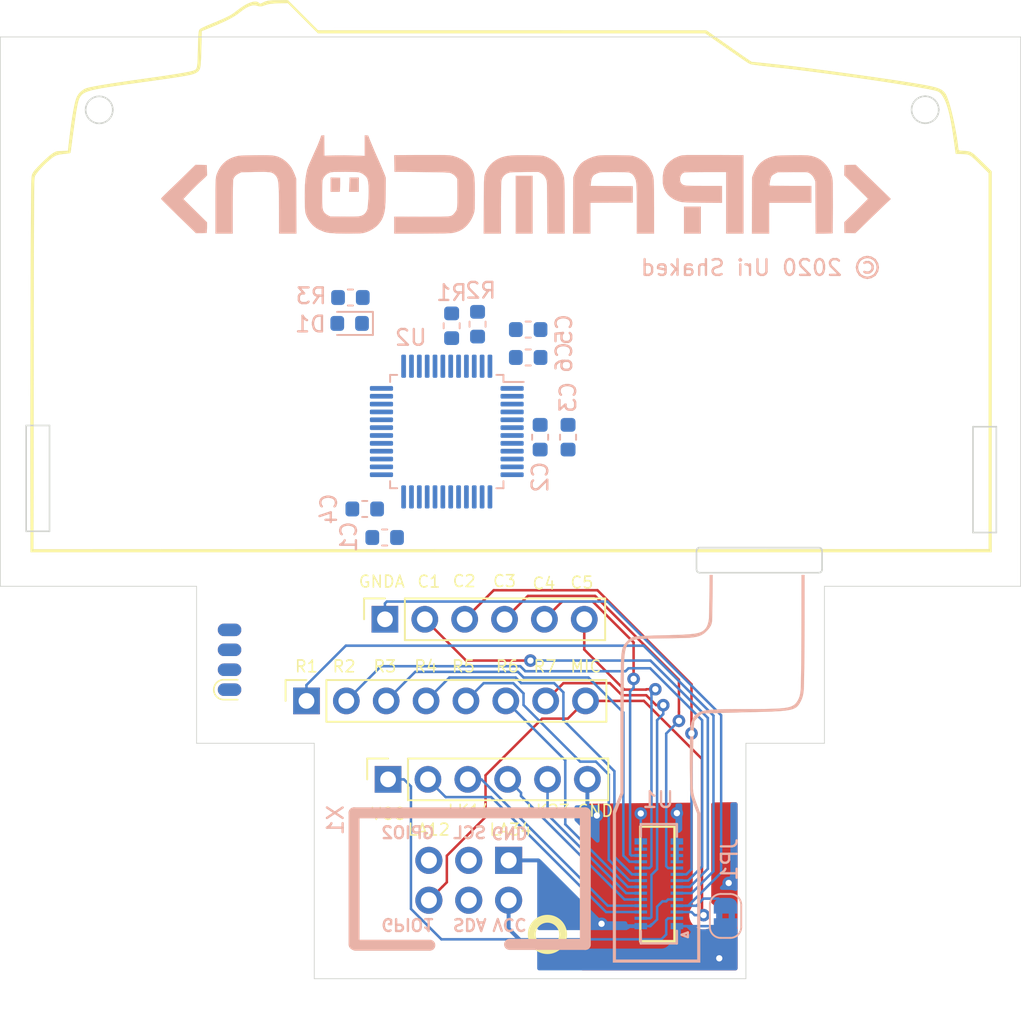
<source format=kicad_pcb>
(kicad_pcb (version 20171130) (host pcbnew "(5.1.5)-3")

  (general
    (thickness 1.6)
    (drawings 33)
    (tracks 210)
    (zones 0)
    (modules 20)
    (nets 49)
  )

  (page A4)
  (layers
    (0 F.Cu signal)
    (31 B.Cu signal)
    (32 B.Adhes user)
    (33 F.Adhes user)
    (34 B.Paste user)
    (35 F.Paste user)
    (36 B.SilkS user)
    (37 F.SilkS user)
    (38 B.Mask user)
    (39 F.Mask user)
    (40 Dwgs.User user)
    (41 Cmts.User user)
    (42 Eco1.User user)
    (43 Eco2.User user)
    (44 Edge.Cuts user)
    (45 Margin user)
    (46 B.CrtYd user)
    (47 F.CrtYd user)
    (48 B.Fab user)
    (49 F.Fab user)
  )

  (setup
    (last_trace_width 0.25)
    (user_trace_width 0.16)
    (trace_clearance 0.2)
    (zone_clearance 0.508)
    (zone_45_only no)
    (trace_min 0.16)
    (via_size 0.8)
    (via_drill 0.4)
    (via_min_size 0.4)
    (via_min_drill 0.3)
    (uvia_size 0.3)
    (uvia_drill 0.1)
    (uvias_allowed no)
    (uvia_min_size 0.2)
    (uvia_min_drill 0.1)
    (edge_width 0.05)
    (segment_width 0.2)
    (pcb_text_width 0.3)
    (pcb_text_size 1.5 1.5)
    (mod_edge_width 0.12)
    (mod_text_size 1 1)
    (mod_text_width 0.15)
    (pad_size 1.524 1.524)
    (pad_drill 0.762)
    (pad_to_mask_clearance 0.051)
    (solder_mask_min_width 0.25)
    (aux_axis_origin 0 0)
    (visible_elements 7FFFFFFF)
    (pcbplotparams
      (layerselection 0x010fc_ffffffff)
      (usegerberextensions false)
      (usegerberattributes false)
      (usegerberadvancedattributes false)
      (creategerberjobfile false)
      (excludeedgelayer true)
      (linewidth 0.100000)
      (plotframeref false)
      (viasonmask false)
      (mode 1)
      (useauxorigin false)
      (hpglpennumber 1)
      (hpglpenspeed 20)
      (hpglpendiameter 15.000000)
      (psnegative false)
      (psa4output false)
      (plotreference true)
      (plotvalue true)
      (plotinvisibletext false)
      (padsonsilk false)
      (subtractmaskfromsilk false)
      (outputformat 1)
      (mirror false)
      (drillshape 0)
      (scaleselection 1)
      (outputdirectory "gerber/"))
  )

  (net 0 "")
  (net 1 VCC)
  (net 2 GND)
  (net 3 /NRST)
  (net 4 /SWCLK)
  (net 5 /BOOT0)
  (net 6 "Net-(J1-Pad2)")
  (net 7 "Net-(J1-Pad3)")
  (net 8 /SWDIO)
  (net 9 /SCL)
  (net 10 /SDA)
  (net 11 /LEDA_1_2)
  (net 12 /LEDA_3_4)
  (net 13 GNDA)
  (net 14 /LEDK_1_4)
  (net 15 /LEDK_2_3)
  (net 16 /MIC)
  (net 17 "Net-(U2-Pad43)")
  (net 18 "Net-(U2-Pad41)")
  (net 19 "Net-(U2-Pad38)")
  (net 20 "Net-(U2-Pad36)")
  (net 21 "Net-(U2-Pad35)")
  (net 22 "Net-(U2-Pad28)")
  (net 23 "Net-(U2-Pad27)")
  (net 24 "Net-(U2-Pad26)")
  (net 25 "Net-(U2-Pad25)")
  (net 26 "Net-(U2-Pad22)")
  (net 27 "Net-(U2-Pad21)")
  (net 28 "Net-(U2-Pad6)")
  (net 29 "Net-(U2-Pad5)")
  (net 30 "Net-(U2-Pad4)")
  (net 31 "Net-(U2-Pad3)")
  (net 32 "Net-(U2-Pad2)")
  (net 33 /TX)
  (net 34 "Net-(D1-Pad2)")
  (net 35 /LED)
  (net 36 "Net-(J3-Pad5)")
  (net 37 "Net-(J3-Pad4)")
  (net 38 "Net-(J3-Pad3)")
  (net 39 "Net-(J3-Pad2)")
  (net 40 "Net-(J4-Pad7)")
  (net 41 "Net-(J4-Pad6)")
  (net 42 "Net-(J4-Pad5)")
  (net 43 "Net-(J4-Pad4)")
  (net 44 "Net-(J4-Pad3)")
  (net 45 "Net-(J4-Pad2)")
  (net 46 "Net-(J4-Pad1)")
  (net 47 "Net-(J3-Pad6)")
  (net 48 "Net-(U2-Pad17)")

  (net_class Default "This is the default net class."
    (clearance 0.2)
    (trace_width 0.25)
    (via_dia 0.8)
    (via_drill 0.4)
    (uvia_dia 0.3)
    (uvia_drill 0.1)
    (add_net /BOOT0)
    (add_net /LED)
    (add_net /LEDA_1_2)
    (add_net /LEDA_3_4)
    (add_net /LEDK_1_4)
    (add_net /LEDK_2_3)
    (add_net /MIC)
    (add_net /NRST)
    (add_net /SCL)
    (add_net /SDA)
    (add_net /SWCLK)
    (add_net /SWDIO)
    (add_net /TX)
    (add_net GND)
    (add_net GNDA)
    (add_net "Net-(D1-Pad2)")
    (add_net "Net-(J1-Pad2)")
    (add_net "Net-(J1-Pad3)")
    (add_net "Net-(J3-Pad2)")
    (add_net "Net-(J3-Pad3)")
    (add_net "Net-(J3-Pad4)")
    (add_net "Net-(J3-Pad5)")
    (add_net "Net-(J3-Pad6)")
    (add_net "Net-(J4-Pad1)")
    (add_net "Net-(J4-Pad2)")
    (add_net "Net-(J4-Pad3)")
    (add_net "Net-(J4-Pad4)")
    (add_net "Net-(J4-Pad5)")
    (add_net "Net-(J4-Pad6)")
    (add_net "Net-(J4-Pad7)")
    (add_net "Net-(U2-Pad17)")
    (add_net "Net-(U2-Pad2)")
    (add_net "Net-(U2-Pad21)")
    (add_net "Net-(U2-Pad22)")
    (add_net "Net-(U2-Pad25)")
    (add_net "Net-(U2-Pad26)")
    (add_net "Net-(U2-Pad27)")
    (add_net "Net-(U2-Pad28)")
    (add_net "Net-(U2-Pad3)")
    (add_net "Net-(U2-Pad35)")
    (add_net "Net-(U2-Pad36)")
    (add_net "Net-(U2-Pad38)")
    (add_net "Net-(U2-Pad4)")
    (add_net "Net-(U2-Pad41)")
    (add_net "Net-(U2-Pad43)")
    (add_net "Net-(U2-Pad5)")
    (add_net "Net-(U2-Pad6)")
    (add_net VCC)
  )

  (module Connector_PinSocket_2.54mm:PinSocket_1x06_P2.54mm_Vertical (layer F.Cu) (tedit 5A19A430) (tstamp 5E2B35F6)
    (at 117.2 94.8 90)
    (descr "Through hole straight socket strip, 1x06, 2.54mm pitch, single row (from Kicad 4.0.7), script generated")
    (tags "Through hole socket strip THT 1x06 2.54mm single row")
    (path /5E32BA69)
    (fp_text reference J2 (at 0 -2.77 90) (layer F.SilkS) hide
      (effects (font (size 1 1) (thickness 0.15)))
    )
    (fp_text value Conn_01x06_Female (at 0 15.47 90) (layer F.Fab)
      (effects (font (size 1 1) (thickness 0.15)))
    )
    (fp_text user %R (at 0 6.35) (layer F.Fab)
      (effects (font (size 1 1) (thickness 0.15)))
    )
    (fp_line (start -1.8 14.45) (end -1.8 -1.8) (layer F.CrtYd) (width 0.05))
    (fp_line (start 1.75 14.45) (end -1.8 14.45) (layer F.CrtYd) (width 0.05))
    (fp_line (start 1.75 -1.8) (end 1.75 14.45) (layer F.CrtYd) (width 0.05))
    (fp_line (start -1.8 -1.8) (end 1.75 -1.8) (layer F.CrtYd) (width 0.05))
    (fp_line (start 0 -1.33) (end 1.33 -1.33) (layer F.SilkS) (width 0.12))
    (fp_line (start 1.33 -1.33) (end 1.33 0) (layer F.SilkS) (width 0.12))
    (fp_line (start 1.33 1.27) (end 1.33 14.03) (layer F.SilkS) (width 0.12))
    (fp_line (start -1.33 14.03) (end 1.33 14.03) (layer F.SilkS) (width 0.12))
    (fp_line (start -1.33 1.27) (end -1.33 14.03) (layer F.SilkS) (width 0.12))
    (fp_line (start -1.33 1.27) (end 1.33 1.27) (layer F.SilkS) (width 0.12))
    (fp_line (start -1.27 13.97) (end -1.27 -1.27) (layer F.Fab) (width 0.1))
    (fp_line (start 1.27 13.97) (end -1.27 13.97) (layer F.Fab) (width 0.1))
    (fp_line (start 1.27 -0.635) (end 1.27 13.97) (layer F.Fab) (width 0.1))
    (fp_line (start 0.635 -1.27) (end 1.27 -0.635) (layer F.Fab) (width 0.1))
    (fp_line (start -1.27 -1.27) (end 0.635 -1.27) (layer F.Fab) (width 0.1))
    (pad 6 thru_hole oval (at 0 12.7 90) (size 1.7 1.7) (drill 1) (layers *.Cu *.Mask)
      (net 2 GND))
    (pad 5 thru_hole oval (at 0 10.16 90) (size 1.7 1.7) (drill 1) (layers *.Cu *.Mask)
      (net 15 /LEDK_2_3))
    (pad 4 thru_hole oval (at 0 7.62 90) (size 1.7 1.7) (drill 1) (layers *.Cu *.Mask)
      (net 12 /LEDA_3_4))
    (pad 3 thru_hole oval (at 0 5.08 90) (size 1.7 1.7) (drill 1) (layers *.Cu *.Mask)
      (net 14 /LEDK_1_4))
    (pad 2 thru_hole oval (at 0 2.54 90) (size 1.7 1.7) (drill 1) (layers *.Cu *.Mask)
      (net 11 /LEDA_1_2))
    (pad 1 thru_hole rect (at 0 0 90) (size 1.7 1.7) (drill 1) (layers *.Cu *.Mask)
      (net 1 VCC))
    (model ${KISYS3DMOD}/Connector_PinSocket_2.54mm.3dshapes/PinSocket_1x06_P2.54mm_Vertical.wrl
      (at (xyz 0 0 0))
      (scale (xyz 1 1 1))
      (rotate (xyz 0 0 0))
    )
  )

  (module aramcon:aramcon-logo locked (layer B.Cu) (tedit 5C2299CF) (tstamp 5E168327)
    (at 125.984 56.896 180)
    (descr "Imported from aramcon-logo.svg")
    (tags svg2mod)
    (attr virtual)
    (fp_text reference svg2mod (at 0 6.180221) (layer B.SilkS) hide
      (effects (font (size 1.524 1.524) (thickness 0.3048)) (justify mirror))
    )
    (fp_text value G*** (at 0 -6.180221) (layer B.SilkS) hide
      (effects (font (size 1.524 1.524) (thickness 0.3048)) (justify mirror))
    )
    (fp_poly (pts (xy 20.338996 -3.086968) (xy 20.321085 -2.741017) (xy 20.321085 -2.412978) (xy 21.075231 -1.670317)
      (xy 21.829377 -0.927647) (xy 21.338949 -0.418091) (xy 20.943534 -0.018423) (xy 20.681546 0.226939)
      (xy 20.417009 0.470403) (xy 20.319445 0.578395) (xy 20.326978 0.906583) (xy 20.334511 1.234761)
      (xy 20.694056 1.242201) (xy 21.053604 1.249641) (xy 21.392697 0.919937) (xy 22.242342 0.092851)
      (xy 23.001442 -0.640472) (xy 23.176985 -0.817479) (xy 23.25 -0.911735) (xy 23.16284 -1.015104)
      (xy 22.858298 -1.32206) (xy 21.338702 -2.802295) (xy 21.026224 -3.105047) (xy 20.691563 -3.105047)
      (xy 20.338992 -3.087098) (xy 20.338994 -3.087107) (xy 20.338996 -3.086968)) (layer B.SilkS) (width 0.007645))
    (fp_poly (pts (xy -21.229333 -2.872631) (xy -22.109038 -2.018667) (xy -22.995775 -1.161198) (xy -23.25 -0.923825)
      (xy -22.845729 -0.529737) (xy -21.726492 0.55707) (xy -21.011517 1.249799) (xy -20.652863 1.242359)
      (xy -20.294208 1.234919) (xy -20.286768 0.906415) (xy -20.279328 0.577911) (xy -20.891464 -0.020414)
      (xy -21.647014 -0.763139) (xy -21.761665 -0.883351) (xy -21.785752 -0.921667) (xy -21.032582 -1.677515)
      (xy -20.279421 -2.411881) (xy -20.286861 -2.751591) (xy -20.294301 -3.091301) (xy -20.638262 -3.098741)
      (xy -20.982232 -3.106181) (xy -21.229426 -2.872296) (xy -21.229333 -2.872631)) (layer B.SilkS) (width 0.007645))
    (fp_poly (pts (xy 14.630255 -1.378427) (xy 14.637881 0.374902) (xy 14.737125 0.639394) (xy 14.840026 0.876562)
      (xy 14.948061 1.075331) (xy 15.086966 1.257332) (xy 15.256041 1.42967) (xy 15.439903 1.57835)
      (xy 15.623173 1.689382) (xy 15.859064 1.789088) (xy 16.128257 1.842377) (xy 16.546844 1.861628)
      (xy 17.230917 1.858838) (xy 18.115059 1.840331) (xy 18.31219 1.821545) (xy 18.460183 1.790018)
      (xy 18.657287 1.72901) (xy 18.838924 1.652285) (xy 19.005254 1.559657) (xy 19.156433 1.451033)
      (xy 19.292618 1.326282) (xy 19.413964 1.185276) (xy 19.52063 1.027892) (xy 19.612774 0.85401)
      (xy 19.713075 0.615046) (xy 19.743514 0.484911) (xy 19.763639 0.310369) (xy 19.781485 -0.283734)
      (xy 19.783624 -1.390973) (xy 19.783624 -3.131933) (xy 19.232772 -3.131933) (xy 18.68192 -3.131933)
      (xy 18.68192 -1.459049) (xy 18.674759 -0.219322) (xy 18.655703 0.305375) (xy 18.607315 0.424722)
      (xy 18.534598 0.52744) (xy 18.435827 0.615418) (xy 18.309286 0.690562) (xy 18.132261 0.777703)
      (xy 17.285251 0.796117) (xy 16.675437 0.803557) (xy 16.318184 0.781423) (xy 16.203124 0.754267)
      (xy 16.113835 0.713812) (xy 16.037854 0.658012) (xy 15.962729 0.584914) (xy 15.891677 0.498424)
      (xy 15.836509 0.392255) (xy 15.795226 0.246338) (xy 15.765829 0.040613) (xy 15.734711 -0.630521)
      (xy 15.727178 -1.781629) (xy 15.726155 -3.131887) (xy 15.174378 -3.131887) (xy 14.622602 -3.131887)
      (xy 14.630228 -1.378567) (xy 14.630255 -1.378427)) (layer B.SilkS) (width 0.007645))
    (fp_poly (pts (xy 11.849592 -0.370772) (xy 11.839938 0.07932) (xy 11.843286 0.428637) (xy 12.145584 0.436077)
      (xy 12.44788 0.443517) (xy 12.44788 -0.014164) (xy 12.44788 -0.471854) (xy 12.155241 -0.471854)
      (xy 11.862602 -0.471854) (xy 11.849554 -0.371089) (xy 11.849592 -0.370772)) (layer B.SilkS) (width 0.007645))
    (fp_poly (pts (xy 10.647576 -0.014731) (xy 10.647576 0.442076) (xy 10.943155 0.442076) (xy 11.238734 0.442076)
      (xy 11.239038 0.206953) (xy 11.256457 -0.249854) (xy 11.273718 -0.471538) (xy 10.960721 -0.471538)
      (xy 10.647724 -0.471538) (xy 10.647724 -0.014731) (xy 10.647622 -0.014731) (xy 10.647576 -0.014731)) (layer B.SilkS) (width 0.007645))
    (fp_poly (pts (xy 12.616053 -1.967545) (xy 14.079573 -1.426536) (xy 14.064665 -1.673647) (xy 14.043749 -1.817155)
      (xy 13.98222 -1.99405) (xy 13.905951 -2.160046) (xy 13.815536 -2.314417) (xy 13.711584 -2.456409)
      (xy 13.594698 -2.585288) (xy 13.465482 -2.70032) (xy 13.324539 -2.800742) (xy 13.172476 -2.885837)
      (xy 12.865795 -3.013963) (xy 12.7076 -3.056929) (xy 12.529218 -3.088177) (xy 12.061051 -3.122122)
      (xy 11.359602 -3.129562) (xy 10.585788 -3.119797) (xy 10.411795 -3.103615) (xy 10.284767 -3.074971)
      (xy 10.284797 -3.074989) (xy 10.284858 -3.075045) (xy 10.074634 -3.00297) (xy 9.877837 -2.910342)
      (xy 9.69646 -2.798919) (xy 9.532495 -2.670449) (xy 9.38793 -2.526698) (xy 9.264759 -2.369417)
      (xy 9.16497 -2.200361) (xy 9.090561 -2.02129) (xy 9.016235 -1.760983) (xy 8.971744 -1.476422)
      (xy 8.948559 -1.082018) (xy 8.938152 -0.492193) (xy 8.929503 0.41451) (xy 9.005252 0.63638)
      (xy 9.248911 1.221006) (xy 9.642075 2.104646) (xy 9.950157 2.846693) (xy 10.052583 3.115398)
      (xy 10.162017 3.123768) (xy 10.271449 3.132138) (xy 10.271449 2.472545) (xy 10.271449 1.812961)
      (xy 10.520004 1.83277) (xy 11.581323 1.852114) (xy 12.649519 1.839187) (xy 12.837615 1.825795)
      (xy 12.844776 2.479008) (xy 12.851937 3.132221) (xy 12.946657 3.123851) (xy 13.041375 3.115481)
      (xy 13.133872 2.839262) (xy 13.275174 2.484579) (xy 13.485012 2.019709) (xy 13.8439 1.211418)
      (xy 13.938101 0.942815) (xy 13.980835 0.750845) (xy 14.043349 0.379012) (xy 14.079312 -0.063742)
      (xy 14.091402 -0.75383) (xy 14.079573 -1.426536) (xy 12.616053 -1.967545) (xy 12.745651 -1.887193)
      (xy 12.840004 -1.800796) (xy 12.920923 -1.667843) (xy 12.965516 -1.48322) (xy 12.984051 -1.165058)
      (xy 12.986841 -0.631507) (xy 12.978006 -0.026254) (xy 12.959769 0.27634) (xy 12.892558 0.432264)
      (xy 12.788969 0.568258) (xy 12.65519 0.677924) (xy 12.497405 0.754835) (xy 12.395495 0.781526)
      (xy 12.240653 0.796313) (xy 11.520883 0.802823) (xy 10.785037 0.792779) (xy 10.639381 0.774737)
      (xy 10.536144 0.741443) (xy 10.394251 0.66974) (xy 10.266301 0.574991) (xy 10.16374 0.467288)
      (xy 10.098007 0.356674) (xy 10.051786 0.164852) (xy 10.024528 -0.121337) (xy 10.017274 -0.483098)
      (xy 10.030945 -0.901616) (xy 10.087331 -1.533077) (xy 10.128865 -1.652564) (xy 10.188162 -1.763401)
      (xy 10.259083 -1.856029) (xy 10.335483 -1.920757) (xy 10.478102 -1.997203) (xy 10.657234 -2.036635)
      (xy 10.97857 -2.050306) (xy 11.547797 -2.049395) (xy 12.461404 -2.043814) (xy 12.616101 -1.967927)
      (xy 12.616053 -1.967545)) (layer B.SilkS) (width 0.007645))
    (fp_poly (pts (xy 4.672004 -3.088679) (xy 4.480852 -3.045062) (xy 4.304617 -2.985635) (xy 4.142165 -2.909561)
      (xy 3.99237 -2.816003) (xy 3.854106 -2.70418) (xy 3.726231 -2.573282) (xy 3.607619 -2.42252)
      (xy 3.497145 -2.251065) (xy 3.402759 -2.061875) (xy 3.324639 -1.860744) (xy 3.286416 -1.723253)
      (xy 3.2667 -1.548078) (xy 3.25833 -0.63812) (xy 3.26298 0.025389) (xy 3.282789 0.435724)
      (xy 3.326964 0.689902) (xy 3.404805 0.884951) (xy 3.497061 1.044306) (xy 3.610614 1.193981)
      (xy 3.743725 1.332671) (xy 3.894654 1.459049) (xy 4.061645 1.571821) (xy 4.242958 1.669648)
      (xy 4.436844 1.751209) (xy 4.641556 1.815193) (xy 4.834029 1.85323) (xy 5.167201 1.872388)
      (xy 7.040345 1.872881) (xy 8.391175 1.866371) (xy 8.383921 1.335666) (xy 8.376667 0.804971)
      (xy 6.656933 0.790928) (xy 5.318094 0.7727) (xy 4.847598 0.745079) (xy 4.726409 0.692627)
      (xy 4.616641 0.626318) (xy 4.523362 0.549686) (xy 4.451659 0.466358) (xy 4.372981 0.352805)
      (xy 4.365541 -0.546366) (xy 4.364611 -1.151042) (xy 4.386001 -1.494594) (xy 4.410367 -1.602799)
      (xy 4.446637 -1.686964) (xy 4.563278 -1.838071) (xy 4.632749 -1.91554) (xy 4.700639 -1.972828)
      (xy 4.795053 -2.012911) (xy 4.944169 -2.038672) (xy 5.51915 -2.059225) (xy 6.650818 -2.058406)
      (xy 8.390705 -2.053756) (xy 8.390705 -2.592533) (xy 8.390705 -3.131319) (xy 6.637383 -3.128529)
      (xy 5.196152 -3.118857) (xy 4.854582 -3.106767) (xy 4.672283 -3.087888) (xy 4.672293 -3.087888)
      (xy 4.672004 -3.088679)) (layer B.SilkS) (width 0.007645))
    (fp_poly (pts (xy -0.423215 -1.291091) (xy -0.423215 0.549556) (xy 0.114204 0.549556) (xy 0.651624 0.549556)
      (xy 0.651624 -1.291091) (xy 0.651624 -3.131747) (xy 0.114204 -3.131747) (xy -0.423215 -3.131747)
      (xy -0.423215 -1.291091)) (layer B.SilkS) (width 0.007645))
    (fp_poly (pts (xy -2.465402 -1.422612) (xy -2.463542 -0.314842) (xy -2.44271 0.279419) (xy -2.418809 0.457281)
      (xy -2.382446 0.594716) (xy -2.261908 0.86556) (xy -2.176162 1.023149) (xy -2.076364 1.170349)
      (xy -1.963676 1.306148) (xy -1.839261 1.429484) (xy -1.704271 1.539327) (xy -1.55987 1.634642)
      (xy -1.407192 1.714436) (xy -1.247399 1.777583) (xy -1.106169 1.820084) (xy -0.939532 1.842869)
      (xy -0.101165 1.86026) (xy 0.537987 1.860446) (xy 0.979635 1.841474) (xy 1.298048 1.797113)
      (xy 1.567469 1.721132) (xy 1.753543 1.642733) (xy 1.929155 1.541726) (xy 2.091942 1.420612)
      (xy 2.239543 1.281875) (xy 2.369566 1.128025) (xy 2.479659 0.961564) (xy 2.567451 0.784976)
      (xy 2.630505 0.60078) (xy 2.65515 0.452873) (xy 2.670402 0.157858) (xy 2.686305 -1.351578)
      (xy 2.696163 -3.131766) (xy 2.143902 -3.131766) (xy 1.59164 -3.131766) (xy 1.59164 -1.484085)
      (xy 1.5842 -0.10761) (xy 1.571645 0.171473) (xy 1.550255 0.303199) (xy 1.479575 0.46221)
      (xy 1.370793 0.591731) (xy 1.224383 0.691381) (xy 1.040763 0.760759) (xy 0.723661 0.782707)
      (xy 0.067193 0.793681) (xy -0.799046 0.798331) (xy -0.947288 0.725791) (xy -1.060088 0.655762)
      (xy -1.154176 0.563413) (xy -1.23304 0.444447) (xy -1.300186 0.294633) (xy -1.327993 0.179192)
      (xy -1.344082 -0.067751) (xy -1.358218 -1.485563) (xy -1.365658 -3.131403) (xy -1.915539 -3.131403)
      (xy -2.465411 -3.131403) (xy -2.465402 -1.422268) (xy -2.465402 -1.422612)) (layer B.SilkS) (width 0.007645))
    (fp_poly (pts (xy -8.161549 -1.432172) (xy -8.158759 -0.334921) (xy -8.139508 0.268779) (xy -8.118862 0.450511)
      (xy -8.088265 0.58683) (xy -7.989044 0.827161) (xy -7.899578 0.995147) (xy -7.797092 1.150159)
      (xy -7.682125 1.291677) (xy -7.555227 1.419189) (xy -7.416982 1.532175) (xy -7.26794 1.630141)
      (xy -7.108678 1.712539) (xy -6.939743 1.778941) (xy -6.800355 1.820698) (xy -6.630872 1.843111)
      (xy -5.762614 1.860409) (xy -5.000256 1.859702) (xy -4.608856 1.840172) (xy -4.285895 1.763075)
      (xy -3.970904 1.639506) (xy -3.693123 1.483248) (xy -3.577319 1.39713) (xy -3.48178 1.308036)
      (xy -3.367483 1.167085) (xy -3.255037 0.994998) (xy -3.155238 0.809946) (xy -3.078885 0.630094)
      (xy -3.016575 0.45543) (xy -3.009135 -1.338196) (xy -3.001695 -3.131831) (xy -3.553278 -3.131831)
      (xy -4.104861 -3.131831) (xy -4.104861 -2.151044) (xy -4.104861 -1.170256) (xy -4.192188 -1.165606)
      (xy -5.542446 -1.159096) (xy -6.805377 -1.156306) (xy -6.805377 -0.632326) (xy -6.805377 -0.108336)
      (xy -5.464726 -0.101826) (xy -4.124085 -0.095316) (xy -4.138779 0.119421) (xy -4.178211 0.350322)
      (xy -4.215504 0.443489) (xy -4.26591 0.523562) (xy -4.330545 0.59201) (xy -4.410432 0.650135)
      (xy -4.620147 0.740717) (xy -4.732342 0.767315) (xy -4.896171 0.782474) (xy -5.628936 0.790844)
      (xy -6.28773 0.783404) (xy -6.57895 0.760526) (xy -6.682254 0.715979) (xy -6.776314 0.648368)
      (xy -6.857689 0.560762) (xy -6.922789 0.456267) (xy -7.001374 0.269254) (xy -7.042201 -0.005264)
      (xy -7.057639 -0.548058) (xy -7.060429 -1.539913) (xy -7.060746 -3.132017) (xy -7.611594 -3.132017)
      (xy -8.162451 -3.132017) (xy -8.161986 -1.432433) (xy -8.161986 -1.432423) (xy -8.161549 -1.432172)) (layer B.SilkS) (width 0.007645))
    (fp_poly (pts (xy -11.144682 -2.271878) (xy -11.144682 -1.41201) (xy -10.607263 -1.41201) (xy -10.069844 -1.41201)
      (xy -10.069844 -2.271878) (xy -10.069844 -3.131747) (xy -10.607263 -3.131747) (xy -11.144682 -3.131747)
      (xy -11.144682 -2.271878)) (layer B.SilkS) (width 0.007645))
    (fp_poly (pts (xy -13.858636 -0.632763) (xy -13.858636 1.866231) (xy -12.374022 1.872741) (xy -10.248795 1.872843)
      (xy -9.930493 1.849872) (xy -9.755067 1.801977) (xy -9.468069 1.677878) (xy -9.213128 1.507158)
      (xy -9.002139 1.29947) (xy -8.916858 1.184783) (xy -8.847015 1.064469) (xy -8.795493 0.937933)
      (xy -8.755503 0.79023) (xy -8.711421 0.456565) (xy -8.717931 0.113972) (xy -8.740809 -0.044891)
      (xy -8.777358 -0.187042) (xy -8.844597 -0.352879) (xy -8.93211 -0.505381) (xy -9.0392 -0.643923)
      (xy -9.165094 -0.767845) (xy -9.309058 -0.876516) (xy -9.47032 -0.969237) (xy -9.648154 -1.045497)
      (xy -9.841799 -1.104552) (xy -9.983131 -1.12929) (xy -10.215901 -1.145193) (xy -11.25924 -1.163049)
      (xy -12.488579 -1.174674) (xy -12.488579 -0.635134) (xy -12.488579 -0.095595) (xy -11.337137 -0.095595)
      (xy -10.621697 -0.092805) (xy -10.226568 -0.077646) (xy -10.035202 -0.039516) (xy -9.931042 0.03228)
      (xy -9.864547 0.118119) (xy -9.826045 0.22028) (xy -9.813862 0.331424) (xy -9.82651 0.444168)
      (xy -9.862222 0.551127) (xy -9.91951 0.644927) (xy -9.9967 0.718211) (xy -10.092108 0.763502)
      (xy -10.509 0.783683) (xy -11.474228 0.791123) (xy -12.757312 0.791225) (xy -12.757312 -1.170349)
      (xy -12.757312 -3.131924) (xy -13.308169 -3.131924) (xy -13.859018 -3.131924) (xy -13.859018 -0.632884)
      (xy -13.858636 -0.632763)) (layer B.SilkS) (width 0.007645))
    (fp_poly (pts (xy -19.537347 -3.113835) (xy -19.555296 -1.411833) (xy -19.547856 0.058478) (xy -19.53186 0.327648)
      (xy -19.5021 0.4848) (xy -19.435977 0.693827) (xy -19.346511 0.893656) (xy -19.236175 1.08132)
      (xy -19.107445 1.253845) (xy -18.962811 1.408234) (xy -18.804767 1.541531) (xy -18.635795 1.65075)
      (xy -18.458388 1.732962) (xy -18.223247 1.808292) (xy -17.960587 1.848747) (xy -17.567169 1.86279)
      (xy -16.939773 1.85907) (xy -16.085159 1.839633) (xy -15.890677 1.820382) (xy -15.740064 1.788204)
      (xy -15.519161 1.719477) (xy -15.318076 1.631871) (xy -15.136261 1.524837) (xy -14.973148 1.39792)
      (xy -14.828208 1.250618) (xy -14.700891 1.082464) (xy -14.590639 0.892958) (xy -14.496914 0.681625)
      (xy -14.409866 0.455468) (xy -14.402426 -1.338158) (xy -14.394986 -3.131784) (xy -14.946746 -3.131784)
      (xy -15.498505 -3.131784) (xy -15.498505 -2.150997) (xy -15.498505 -1.17021) (xy -16.842048 -1.17021)
      (xy -18.185592 -1.17021) (xy -18.185592 -0.6328) (xy -18.185592 -0.095381) (xy -16.857719 -0.095381)
      (xy -15.823698 -0.088871) (xy -15.593905 -0.079292) (xy -15.519505 -0.064784) (xy -15.521365 0.041311)
      (xy -15.550381 0.217611) (xy -15.593068 0.397361) (xy -15.636034 0.513797) (xy -15.721594 0.60131)
      (xy -15.869064 0.689288) (xy -16.048135 0.777452) (xy -16.980535 0.785822) (xy -17.798563 0.785255)
      (xy -17.941113 0.769631) (xy -18.021744 0.738569) (xy -18.135372 0.666773) (xy -18.233654 0.575633)
      (xy -18.315029 0.466972) (xy -18.37799 0.342491) (xy -18.441044 0.186326) (xy -18.448484 -1.472953)
      (xy -18.455924 -3.132221) (xy -18.987707 -3.132221) (xy -19.537412 -3.114272) (xy -19.537347 -3.113835)) (layer B.SilkS) (width 0.007645))
  )

  (module Resistor_SMD:R_0603_1608Metric (layer B.Cu) (tedit 5B301BBD) (tstamp 5E165313)
    (at 114.8 64.1)
    (descr "Resistor SMD 0603 (1608 Metric), square (rectangular) end terminal, IPC_7351 nominal, (Body size source: http://www.tortai-tech.com/upload/download/2011102023233369053.pdf), generated with kicad-footprint-generator")
    (tags resistor)
    (path /5E169A99)
    (attr smd)
    (fp_text reference R3 (at -2.5 -0.1 180) (layer B.SilkS)
      (effects (font (size 1 1) (thickness 0.15)) (justify mirror))
    )
    (fp_text value 1K (at 0 -1.43 180) (layer B.Fab)
      (effects (font (size 1 1) (thickness 0.15)) (justify mirror))
    )
    (fp_text user %R (at 0 0 180) (layer B.Fab)
      (effects (font (size 0.4 0.4) (thickness 0.06)) (justify mirror))
    )
    (fp_line (start 1.48 -0.73) (end -1.48 -0.73) (layer B.CrtYd) (width 0.05))
    (fp_line (start 1.48 0.73) (end 1.48 -0.73) (layer B.CrtYd) (width 0.05))
    (fp_line (start -1.48 0.73) (end 1.48 0.73) (layer B.CrtYd) (width 0.05))
    (fp_line (start -1.48 -0.73) (end -1.48 0.73) (layer B.CrtYd) (width 0.05))
    (fp_line (start -0.162779 -0.51) (end 0.162779 -0.51) (layer B.SilkS) (width 0.12))
    (fp_line (start -0.162779 0.51) (end 0.162779 0.51) (layer B.SilkS) (width 0.12))
    (fp_line (start 0.8 -0.4) (end -0.8 -0.4) (layer B.Fab) (width 0.1))
    (fp_line (start 0.8 0.4) (end 0.8 -0.4) (layer B.Fab) (width 0.1))
    (fp_line (start -0.8 0.4) (end 0.8 0.4) (layer B.Fab) (width 0.1))
    (fp_line (start -0.8 -0.4) (end -0.8 0.4) (layer B.Fab) (width 0.1))
    (pad 2 smd roundrect (at 0.7875 0) (size 0.875 0.95) (layers B.Cu B.Paste B.Mask) (roundrect_rratio 0.25)
      (net 1 VCC))
    (pad 1 smd roundrect (at -0.7875 0) (size 0.875 0.95) (layers B.Cu B.Paste B.Mask) (roundrect_rratio 0.25)
      (net 34 "Net-(D1-Pad2)"))
    (model ${KISYS3DMOD}/Resistor_SMD.3dshapes/R_0603_1608Metric.wrl
      (at (xyz 0 0 0))
      (scale (xyz 1 1 1))
      (rotate (xyz 0 0 0))
    )
  )

  (module Connector_PinSocket_2.54mm:PinSocket_1x08_P2.54mm_Vertical (layer F.Cu) (tedit 5A19A420) (tstamp 5E16529C)
    (at 112 89.8 90)
    (descr "Through hole straight socket strip, 1x08, 2.54mm pitch, single row (from Kicad 4.0.7), script generated")
    (tags "Through hole socket strip THT 1x08 2.54mm single row")
    (path /5E17701A)
    (fp_text reference J4 (at -0.19 -2.52 90) (layer F.SilkS) hide
      (effects (font (size 1 1) (thickness 0.15)))
    )
    (fp_text value Conn_01x08_Female (at 0 20.55 90) (layer F.Fab)
      (effects (font (size 1 1) (thickness 0.15)))
    )
    (fp_text user %R (at 0 8.89) (layer F.Fab)
      (effects (font (size 1 1) (thickness 0.15)))
    )
    (fp_line (start -1.8 19.55) (end -1.8 -1.8) (layer F.CrtYd) (width 0.05))
    (fp_line (start 1.75 19.55) (end -1.8 19.55) (layer F.CrtYd) (width 0.05))
    (fp_line (start 1.75 -1.8) (end 1.75 19.55) (layer F.CrtYd) (width 0.05))
    (fp_line (start -1.8 -1.8) (end 1.75 -1.8) (layer F.CrtYd) (width 0.05))
    (fp_line (start 0 -1.33) (end 1.33 -1.33) (layer F.SilkS) (width 0.12))
    (fp_line (start 1.33 -1.33) (end 1.33 0) (layer F.SilkS) (width 0.12))
    (fp_line (start 1.33 1.27) (end 1.33 19.11) (layer F.SilkS) (width 0.12))
    (fp_line (start -1.33 19.11) (end 1.33 19.11) (layer F.SilkS) (width 0.12))
    (fp_line (start -1.33 1.27) (end -1.33 19.11) (layer F.SilkS) (width 0.12))
    (fp_line (start -1.33 1.27) (end 1.33 1.27) (layer F.SilkS) (width 0.12))
    (fp_line (start -1.27 19.05) (end -1.27 -1.27) (layer F.Fab) (width 0.1))
    (fp_line (start 1.27 19.05) (end -1.27 19.05) (layer F.Fab) (width 0.1))
    (fp_line (start 1.27 -0.635) (end 1.27 19.05) (layer F.Fab) (width 0.1))
    (fp_line (start 0.635 -1.27) (end 1.27 -0.635) (layer F.Fab) (width 0.1))
    (fp_line (start -1.27 -1.27) (end 0.635 -1.27) (layer F.Fab) (width 0.1))
    (pad 8 thru_hole oval (at 0 17.78 90) (size 1.7 1.7) (drill 1) (layers *.Cu *.Mask)
      (net 16 /MIC))
    (pad 7 thru_hole oval (at 0 15.24 90) (size 1.7 1.7) (drill 1) (layers *.Cu *.Mask)
      (net 40 "Net-(J4-Pad7)"))
    (pad 6 thru_hole oval (at 0 12.7 90) (size 1.7 1.7) (drill 1) (layers *.Cu *.Mask)
      (net 41 "Net-(J4-Pad6)"))
    (pad 5 thru_hole oval (at 0 10.16 90) (size 1.7 1.7) (drill 1) (layers *.Cu *.Mask)
      (net 42 "Net-(J4-Pad5)"))
    (pad 4 thru_hole oval (at 0 7.62 90) (size 1.7 1.7) (drill 1) (layers *.Cu *.Mask)
      (net 43 "Net-(J4-Pad4)"))
    (pad 3 thru_hole oval (at 0 5.08 90) (size 1.7 1.7) (drill 1) (layers *.Cu *.Mask)
      (net 44 "Net-(J4-Pad3)"))
    (pad 2 thru_hole oval (at 0 2.54 90) (size 1.7 1.7) (drill 1) (layers *.Cu *.Mask)
      (net 45 "Net-(J4-Pad2)"))
    (pad 1 thru_hole rect (at 0 0 90) (size 1.7 1.7) (drill 1) (layers *.Cu *.Mask)
      (net 46 "Net-(J4-Pad1)"))
    (model ${KISYS3DMOD}/Connector_PinSocket_2.54mm.3dshapes/PinSocket_1x08_P2.54mm_Vertical.wrl
      (at (xyz 0 0 0))
      (scale (xyz 1 1 1))
      (rotate (xyz 0 0 0))
    )
  )

  (module Connector_PinSocket_2.54mm:PinSocket_1x06_P2.54mm_Vertical (layer F.Cu) (tedit 5A19A430) (tstamp 5E165280)
    (at 117 84.6 90)
    (descr "Through hole straight socket strip, 1x06, 2.54mm pitch, single row (from Kicad 4.0.7), script generated")
    (tags "Through hole socket strip THT 1x06 2.54mm single row")
    (path /5E179C60)
    (fp_text reference J3 (at -0.24 15.37 270) (layer F.SilkS) hide
      (effects (font (size 1 1) (thickness 0.15)))
    )
    (fp_text value Conn_01x08_Female (at 0 15.47 90) (layer F.Fab)
      (effects (font (size 1 1) (thickness 0.15)))
    )
    (fp_text user %R (at 0 6.35) (layer F.Fab)
      (effects (font (size 1 1) (thickness 0.15)))
    )
    (fp_line (start -1.8 14.45) (end -1.8 -1.8) (layer F.CrtYd) (width 0.05))
    (fp_line (start 1.75 14.45) (end -1.8 14.45) (layer F.CrtYd) (width 0.05))
    (fp_line (start 1.75 -1.8) (end 1.75 14.45) (layer F.CrtYd) (width 0.05))
    (fp_line (start -1.8 -1.8) (end 1.75 -1.8) (layer F.CrtYd) (width 0.05))
    (fp_line (start 0 -1.33) (end 1.33 -1.33) (layer F.SilkS) (width 0.12))
    (fp_line (start 1.33 -1.33) (end 1.33 0) (layer F.SilkS) (width 0.12))
    (fp_line (start 1.33 1.27) (end 1.33 14.03) (layer F.SilkS) (width 0.12))
    (fp_line (start -1.33 14.03) (end 1.33 14.03) (layer F.SilkS) (width 0.12))
    (fp_line (start -1.33 1.27) (end -1.33 14.03) (layer F.SilkS) (width 0.12))
    (fp_line (start -1.33 1.27) (end 1.33 1.27) (layer F.SilkS) (width 0.12))
    (fp_line (start -1.27 13.97) (end -1.27 -1.27) (layer F.Fab) (width 0.1))
    (fp_line (start 1.27 13.97) (end -1.27 13.97) (layer F.Fab) (width 0.1))
    (fp_line (start 1.27 -0.635) (end 1.27 13.97) (layer F.Fab) (width 0.1))
    (fp_line (start 0.635 -1.27) (end 1.27 -0.635) (layer F.Fab) (width 0.1))
    (fp_line (start -1.27 -1.27) (end 0.635 -1.27) (layer F.Fab) (width 0.1))
    (pad 6 thru_hole oval (at 0 12.7 90) (size 1.7 1.7) (drill 1) (layers *.Cu *.Mask)
      (net 47 "Net-(J3-Pad6)"))
    (pad 5 thru_hole oval (at 0 10.16 90) (size 1.7 1.7) (drill 1) (layers *.Cu *.Mask)
      (net 36 "Net-(J3-Pad5)"))
    (pad 4 thru_hole oval (at 0 7.62 90) (size 1.7 1.7) (drill 1) (layers *.Cu *.Mask)
      (net 37 "Net-(J3-Pad4)"))
    (pad 3 thru_hole oval (at 0 5.08 90) (size 1.7 1.7) (drill 1) (layers *.Cu *.Mask)
      (net 38 "Net-(J3-Pad3)"))
    (pad 2 thru_hole oval (at 0 2.54 90) (size 1.7 1.7) (drill 1) (layers *.Cu *.Mask)
      (net 39 "Net-(J3-Pad2)"))
    (pad 1 thru_hole rect (at 0 0 90) (size 1.7 1.7) (drill 1) (layers *.Cu *.Mask)
      (net 13 GNDA))
    (model ${KISYS3DMOD}/Connector_PinSocket_2.54mm.3dshapes/PinSocket_1x06_P2.54mm_Vertical.wrl
      (at (xyz 0 0 0))
      (scale (xyz 1 1 1))
      (rotate (xyz 0 0 0))
    )
  )

  (module LED_SMD:LED_0603_1608Metric (layer B.Cu) (tedit 5B301BBE) (tstamp 5E16521C)
    (at 114.75 65.75 180)
    (descr "LED SMD 0603 (1608 Metric), square (rectangular) end terminal, IPC_7351 nominal, (Body size source: http://www.tortai-tech.com/upload/download/2011102023233369053.pdf), generated with kicad-footprint-generator")
    (tags diode)
    (path /5E163375)
    (attr smd)
    (fp_text reference D1 (at 2.5 -0.05 180) (layer B.SilkS)
      (effects (font (size 1 1) (thickness 0.15)) (justify mirror))
    )
    (fp_text value LED (at 0 -1.43 180) (layer B.Fab)
      (effects (font (size 1 1) (thickness 0.15)) (justify mirror))
    )
    (fp_text user %R (at 0 0 180) (layer B.Fab)
      (effects (font (size 0.4 0.4) (thickness 0.06)) (justify mirror))
    )
    (fp_line (start 1.48 -0.73) (end -1.48 -0.73) (layer B.CrtYd) (width 0.05))
    (fp_line (start 1.48 0.73) (end 1.48 -0.73) (layer B.CrtYd) (width 0.05))
    (fp_line (start -1.48 0.73) (end 1.48 0.73) (layer B.CrtYd) (width 0.05))
    (fp_line (start -1.48 -0.73) (end -1.48 0.73) (layer B.CrtYd) (width 0.05))
    (fp_line (start -1.485 -0.735) (end 0.8 -0.735) (layer B.SilkS) (width 0.12))
    (fp_line (start -1.485 0.735) (end -1.485 -0.735) (layer B.SilkS) (width 0.12))
    (fp_line (start 0.8 0.735) (end -1.485 0.735) (layer B.SilkS) (width 0.12))
    (fp_line (start 0.8 -0.4) (end 0.8 0.4) (layer B.Fab) (width 0.1))
    (fp_line (start -0.8 -0.4) (end 0.8 -0.4) (layer B.Fab) (width 0.1))
    (fp_line (start -0.8 0.1) (end -0.8 -0.4) (layer B.Fab) (width 0.1))
    (fp_line (start -0.5 0.4) (end -0.8 0.1) (layer B.Fab) (width 0.1))
    (fp_line (start 0.8 0.4) (end -0.5 0.4) (layer B.Fab) (width 0.1))
    (pad 2 smd roundrect (at 0.7875 0 180) (size 0.875 0.95) (layers B.Cu B.Paste B.Mask) (roundrect_rratio 0.25)
      (net 34 "Net-(D1-Pad2)"))
    (pad 1 smd roundrect (at -0.7875 0 180) (size 0.875 0.95) (layers B.Cu B.Paste B.Mask) (roundrect_rratio 0.25)
      (net 35 /LED))
    (model ${KISYS3DMOD}/LED_SMD.3dshapes/LED_0603_1608Metric.wrl
      (at (xyz 0 0 0))
      (scale (xyz 1 1 1))
      (rotate (xyz 0 0 0))
    )
  )

  (module Jumper:SolderJumper-2_P1.3mm_Bridged2Bar_RoundedPad1.0x1.5mm (layer B.Cu) (tedit 5C74525F) (tstamp 5E14696F)
    (at 138.7 103.5 90)
    (descr "SMD Solder Jumper, 1x1.5mm, rounded Pads, 0.3mm gap, bridged with 2 copper strips")
    (tags "solder jumper open")
    (path /5E237085)
    (attr virtual)
    (fp_text reference JP1 (at 3.6 0.25 90) (layer B.SilkS)
      (effects (font (size 1 1) (thickness 0.15)) (justify mirror))
    )
    (fp_text value Jumper_2_Bridged (at 0 -1.9 90) (layer B.Fab)
      (effects (font (size 1 1) (thickness 0.15)) (justify mirror))
    )
    (fp_poly (pts (xy -0.25 0.6) (xy 0.25 0.6) (xy 0.25 0.2) (xy -0.25 0.2)) (layer B.Cu) (width 0))
    (fp_poly (pts (xy -0.25 -0.2) (xy 0.25 -0.2) (xy 0.25 -0.6) (xy -0.25 -0.6)) (layer B.Cu) (width 0))
    (fp_line (start 1.65 -1.25) (end -1.65 -1.25) (layer B.CrtYd) (width 0.05))
    (fp_line (start 1.65 -1.25) (end 1.65 1.25) (layer B.CrtYd) (width 0.05))
    (fp_line (start -1.65 1.25) (end -1.65 -1.25) (layer B.CrtYd) (width 0.05))
    (fp_line (start -1.65 1.25) (end 1.65 1.25) (layer B.CrtYd) (width 0.05))
    (fp_line (start -0.7 1) (end 0.7 1) (layer B.SilkS) (width 0.12))
    (fp_line (start 1.4 0.3) (end 1.4 -0.3) (layer B.SilkS) (width 0.12))
    (fp_line (start 0.7 -1) (end -0.7 -1) (layer B.SilkS) (width 0.12))
    (fp_line (start -1.4 -0.3) (end -1.4 0.3) (layer B.SilkS) (width 0.12))
    (fp_arc (start -0.7 0.3) (end -0.7 1) (angle 90) (layer B.SilkS) (width 0.12))
    (fp_arc (start -0.7 -0.3) (end -1.4 -0.3) (angle 90) (layer B.SilkS) (width 0.12))
    (fp_arc (start 0.7 -0.3) (end 0.7 -1) (angle 90) (layer B.SilkS) (width 0.12))
    (fp_arc (start 0.7 0.3) (end 1.4 0.3) (angle 90) (layer B.SilkS) (width 0.12))
    (pad 1 smd custom (at -0.65 0 90) (size 1 0.5) (layers B.Cu B.Mask)
      (net 2 GND) (zone_connect 2)
      (options (clearance outline) (anchor rect))
      (primitives
        (gr_circle (center 0 -0.25) (end 0.5 -0.25) (width 0))
        (gr_circle (center 0 0.25) (end 0.5 0.25) (width 0))
        (gr_poly (pts
           (xy 0.5 -0.75) (xy 0.5 0.75) (xy 0 0.75) (xy 0 -0.75)) (width 0))
      ))
    (pad 2 smd custom (at 0.65 0 90) (size 1 0.5) (layers B.Cu B.Mask)
      (net 13 GNDA) (zone_connect 2)
      (options (clearance outline) (anchor rect))
      (primitives
        (gr_circle (center 0 -0.25) (end 0.5 -0.25) (width 0))
        (gr_circle (center 0 0.25) (end 0.5 0.25) (width 0))
        (gr_poly (pts
           (xy -0.5 -0.75) (xy -0.5 0.75) (xy 0 0.75) (xy 0 -0.75)) (width 0))
      ))
  )

  (module sao:Badgelife-SAOv169-SAO-2x3 (layer F.Cu) (tedit 5C930BB4) (tstamp 5E13B11D)
    (at 122.4 101.25 180)
    (descr "Through hole straight IDC box header, 2x03, 2.54mm pitch, double rows")
    (tags "Through hole IDC box header THT 2x03 2.54mm double row")
    (path /5E1563D4)
    (fp_text reference X1 (at 8.55 3.85 90) (layer B.SilkS)
      (effects (font (size 1 1) (thickness 0.15)) (justify mirror))
    )
    (fp_text value Badgelife_sao_connector_v169bis (at 0 -7.7) (layer F.Fab)
      (effects (font (size 1 1) (thickness 0.15)))
    )
    (fp_circle (center -4.953 -3.429) (end -3.953 -3.429) (layer F.SilkS) (width 0.5))
    (fp_text user GPIO2 (at 3.937 3.048) (layer B.SilkS)
      (effects (font (size 0.75 0.75) (thickness 0.15)) (justify mirror))
    )
    (fp_text user SCL (at 0 3.048) (layer B.SilkS)
      (effects (font (size 0.75 0.75) (thickness 0.15)) (justify mirror))
    )
    (fp_text user GND (at -2.54 3.048 180 unlocked) (layer B.SilkS)
      (effects (font (size 0.75 0.75) (thickness 0.15)) (justify mirror))
    )
    (fp_text user GPIO1 (at 3.937 -2.794 180 unlocked) (layer B.SilkS)
      (effects (font (size 0.75 0.75) (thickness 0.15)) (justify mirror))
    )
    (fp_text user SDA (at 0 -2.794 180 unlocked) (layer B.SilkS)
      (effects (font (size 0.75 0.75) (thickness 0.15)) (justify mirror))
    )
    (fp_text user VCC (at -2.54 -2.794 180 unlocked) (layer B.SilkS)
      (effects (font (size 0.75 0.75) (thickness 0.15)) (justify mirror))
    )
    (fp_line (start 7.366 4.318) (end 7.366 -4.064) (layer B.SilkS) (width 0.7))
    (fp_line (start -7.366 4.318) (end 7.366 4.318) (layer B.SilkS) (width 0.7))
    (fp_line (start -7.366 -4.064) (end -7.366 4.318) (layer B.SilkS) (width 0.7))
    (fp_line (start 7.27964 -4.1148) (end 2.54 -4.1148) (layer B.SilkS) (width 0.7))
    (fp_line (start -2.54 -4.064) (end -7.366 -4.064) (layer B.SilkS) (width 0.7))
    (fp_text user %R (at 0.06 0.02 270) (layer F.Fab)
      (effects (font (size 1 1) (thickness 0.15)))
    )
    (pad 2 thru_hole rect (at -2.48 1.29 90) (size 1.7272 1.7272) (drill 1.016) (layers *.Cu *.Mask)
      (net 2 GND))
    (pad 1 thru_hole oval (at -2.48 -1.25 90) (size 1.7272 1.7272) (drill 1.016) (layers *.Cu *.Mask)
      (net 1 VCC))
    (pad 4 thru_hole oval (at 0.06 1.29 90) (size 1.7272 1.7272) (drill 1.016) (layers *.Cu *.Mask)
      (net 9 /SCL))
    (pad 3 thru_hole oval (at 0.06 -1.25 90) (size 1.7272 1.7272) (drill 1.016) (layers *.Cu *.Mask)
      (net 10 /SDA))
    (pad 6 thru_hole circle (at 2.6 1.29 90) (size 1.7272 1.7272) (drill 1.016) (layers *.Cu *.Mask)
      (net 33 /TX))
    (pad 5 thru_hole circle (at 2.6 -1.25 90) (size 1.7272 1.7272) (drill 1.016) (layers *.Cu *.Mask)
      (net 16 /MIC))
    (model ${KISYS3DMOD}/Connector_IDC.3dshapes/IDC-Header_2x03_P2.54mm_Vertical.wrl
      (offset (xyz -2.5 1.2 -1.6))
      (scale (xyz 1 1 1))
      (rotate (xyz 180 0 90))
    )
  )

  (module keyboard:drawing locked (layer F.Cu) (tedit 0) (tstamp 5E14070F)
    (at 123.31 77.03 180)
    (fp_text reference KBD1 (at 0 -6.05028) (layer F.SilkS) hide
      (effects (font (size 1 1) (thickness 0.15)))
    )
    (fp_text value Val** (at 0 9.14908) (layer F.Fab) hide
      (effects (font (size 1 1) (thickness 0.15)))
    )
    (fp_line (start -31.156665 -2.042725) (end -31.156665 -2.042725) (layer Edge.Cuts) (width 0.1))
    (fp_line (start -31.156665 4.698176) (end -31.156665 -2.042725) (layer Edge.Cuts) (width 0.1))
    (fp_line (start -32.643969 4.698176) (end -31.156665 4.698176) (layer Edge.Cuts) (width 0.1))
    (fp_line (start -32.643969 -2.042725) (end -32.643969 4.698176) (layer Edge.Cuts) (width 0.1))
    (fp_line (start -31.156665 -2.042725) (end -32.643969 -2.042725) (layer Edge.Cuts) (width 0.1))
    (fp_line (start 29.168367 -1.963935) (end 29.168367 -1.963935) (layer Edge.Cuts) (width 0.1))
    (fp_line (start 29.168367 4.776966) (end 29.168367 -1.963935) (layer Edge.Cuts) (width 0.1))
    (fp_line (start 27.681065 4.776966) (end 29.168367 4.776966) (layer Edge.Cuts) (width 0.1))
    (fp_line (start 27.681065 -1.963935) (end 27.681065 4.776966) (layer Edge.Cuts) (width 0.1))
    (fp_line (start 29.168367 -1.963935) (end 27.681065 -1.963935) (layer Edge.Cuts) (width 0.1))
    (fp_line (start -13.739999 -4.602409) (end -13.739999 -4.602409) (layer Edge.Cuts) (width 0.1))
    (fp_line (start -13.739999 -4.602409) (end -13.739999 -4.602409) (layer Edge.Cuts) (width 0.1))
    (fp_line (start -13.662005 -4.58674) (end -13.739999 -4.602409) (layer Edge.Cuts) (width 0.1))
    (fp_line (start -13.598449 -4.543959) (end -13.662005 -4.58674) (layer Edge.Cuts) (width 0.1))
    (fp_line (start -13.555668 -4.480403) (end -13.598449 -4.543959) (layer Edge.Cuts) (width 0.1))
    (fp_line (start -13.539999 -4.402409) (end -13.555668 -4.480403) (layer Edge.Cuts) (width 0.1))
    (fp_line (start -13.539999 -3.202409) (end -13.539999 -4.402409) (layer Edge.Cuts) (width 0.1))
    (fp_line (start -13.555668 -3.124415) (end -13.539999 -3.202409) (layer Edge.Cuts) (width 0.1))
    (fp_line (start -13.598449 -3.060859) (end -13.555668 -3.124415) (layer Edge.Cuts) (width 0.1))
    (fp_line (start -13.662005 -3.018078) (end -13.598449 -3.060859) (layer Edge.Cuts) (width 0.1))
    (fp_line (start -13.739999 -3.002409) (end -13.662005 -3.018078) (layer Edge.Cuts) (width 0.1))
    (fp_line (start -21.339999 -3.002409) (end -13.739999 -3.002409) (layer Edge.Cuts) (width 0.1))
    (fp_line (start -21.417993 -3.018078) (end -21.339999 -3.002409) (layer Edge.Cuts) (width 0.1))
    (fp_line (start -21.481549 -3.060859) (end -21.417993 -3.018078) (layer Edge.Cuts) (width 0.1))
    (fp_line (start -21.52433 -3.124415) (end -21.481549 -3.060859) (layer Edge.Cuts) (width 0.1))
    (fp_line (start -21.539999 -3.202409) (end -21.52433 -3.124415) (layer Edge.Cuts) (width 0.1))
    (fp_line (start -21.539999 -4.402409) (end -21.539999 -3.202409) (layer Edge.Cuts) (width 0.1))
    (fp_line (start -21.52433 -4.480403) (end -21.539999 -4.402409) (layer Edge.Cuts) (width 0.1))
    (fp_line (start -21.481549 -4.543959) (end -21.52433 -4.480403) (layer Edge.Cuts) (width 0.1))
    (fp_line (start -21.417993 -4.58674) (end -21.481549 -4.543959) (layer Edge.Cuts) (width 0.1))
    (fp_line (start -21.339999 -4.602409) (end -21.417993 -4.58674) (layer Edge.Cuts) (width 0.1))
    (fp_line (start -13.739999 -4.602409) (end -21.339999 -4.602409) (layer Edge.Cuts) (width 0.1))
    (fp_line (start 23.645036 24.885052) (end 23.645036 24.885052) (layer Edge.Cuts) (width 0.1))
    (fp_line (start 23.645036 24.885052) (end 23.645036 24.885052) (layer Edge.Cuts) (width 0.1))
    (fp_line (start 23.662696 24.711106) (end 23.645036 24.885052) (layer Edge.Cuts) (width 0.1))
    (fp_line (start 23.713345 24.549092) (end 23.662696 24.711106) (layer Edge.Cuts) (width 0.1))
    (fp_line (start 23.793487 24.402481) (end 23.713345 24.549092) (layer Edge.Cuts) (width 0.1))
    (fp_line (start 23.899627 24.274744) (end 23.793487 24.402481) (layer Edge.Cuts) (width 0.1))
    (fp_line (start 24.028271 24.169351) (end 23.899627 24.274744) (layer Edge.Cuts) (width 0.1))
    (fp_line (start 24.175922 24.089773) (end 24.028271 24.169351) (layer Edge.Cuts) (width 0.1))
    (fp_line (start 24.339085 24.039481) (end 24.175922 24.089773) (layer Edge.Cuts) (width 0.1))
    (fp_line (start 24.514264 24.021946) (end 24.339085 24.039481) (layer Edge.Cuts) (width 0.1))
    (fp_line (start 24.689444 24.039481) (end 24.514264 24.021946) (layer Edge.Cuts) (width 0.1))
    (fp_line (start 24.852607 24.089773) (end 24.689444 24.039481) (layer Edge.Cuts) (width 0.1))
    (fp_line (start 25.000258 24.169351) (end 24.852607 24.089773) (layer Edge.Cuts) (width 0.1))
    (fp_line (start 25.128902 24.274744) (end 25.000258 24.169351) (layer Edge.Cuts) (width 0.1))
    (fp_line (start 25.235042 24.402481) (end 25.128902 24.274744) (layer Edge.Cuts) (width 0.1))
    (fp_line (start 25.315184 24.549092) (end 25.235042 24.402481) (layer Edge.Cuts) (width 0.1))
    (fp_line (start 25.365833 24.711106) (end 25.315184 24.549092) (layer Edge.Cuts) (width 0.1))
    (fp_line (start 25.383493 24.885052) (end 25.365833 24.711106) (layer Edge.Cuts) (width 0.1))
    (fp_line (start 25.366636 25.054222) (end 25.383493 24.885052) (layer Edge.Cuts) (width 0.1))
    (fp_line (start 25.317327 25.215349) (end 25.366636 25.054222) (layer Edge.Cuts) (width 0.1))
    (fp_line (start 25.237452 25.363904) (end 25.317327 25.215349) (layer Edge.Cuts) (width 0.1))
    (fp_line (start 25.128902 25.495361) (end 25.237452 25.363904) (layer Edge.Cuts) (width 0.1))
    (fp_line (start 24.996513 25.603147) (end 25.128902 25.495361) (layer Edge.Cuts) (width 0.1))
    (fp_line (start 24.846904 25.682459) (end 24.996513 25.603147) (layer Edge.Cuts) (width 0.1))
    (fp_line (start 24.684634 25.731421) (end 24.846904 25.682459) (layer Edge.Cuts) (width 0.1))
    (fp_line (start 24.514264 25.748159) (end 24.684634 25.731421) (layer Edge.Cuts) (width 0.1))
    (fp_line (start 24.343894 25.731421) (end 24.514264 25.748159) (layer Edge.Cuts) (width 0.1))
    (fp_line (start 24.181625 25.682459) (end 24.343894 25.731421) (layer Edge.Cuts) (width 0.1))
    (fp_line (start 24.032016 25.603147) (end 24.181625 25.682459) (layer Edge.Cuts) (width 0.1))
    (fp_line (start 23.899627 25.495361) (end 24.032016 25.603147) (layer Edge.Cuts) (width 0.1))
    (fp_line (start 23.791077 25.363904) (end 23.899627 25.495361) (layer Edge.Cuts) (width 0.1))
    (fp_line (start 23.711202 25.215349) (end 23.791077 25.363904) (layer Edge.Cuts) (width 0.1))
    (fp_line (start 23.661892 25.054222) (end 23.711202 25.215349) (layer Edge.Cuts) (width 0.1))
    (fp_line (start 23.645036 24.885052) (end 23.661892 25.054222) (layer Edge.Cuts) (width 0.1))
    (fp_line (start -28.977167 24.894902) (end -28.977167 24.894902) (layer Edge.Cuts) (width 0.1))
    (fp_line (start -28.977167 24.894902) (end -28.977167 24.894902) (layer Edge.Cuts) (width 0.1))
    (fp_line (start -28.959507 24.720956) (end -28.977167 24.894902) (layer Edge.Cuts) (width 0.1))
    (fp_line (start -28.908859 24.558942) (end -28.959507 24.720956) (layer Edge.Cuts) (width 0.1))
    (fp_line (start -28.828716 24.412331) (end -28.908859 24.558942) (layer Edge.Cuts) (width 0.1))
    (fp_line (start -28.722576 24.284594) (end -28.828716 24.412331) (layer Edge.Cuts) (width 0.1))
    (fp_line (start -28.593933 24.179201) (end -28.722576 24.284594) (layer Edge.Cuts) (width 0.1))
    (fp_line (start -28.446282 24.099623) (end -28.593933 24.179201) (layer Edge.Cuts) (width 0.1))
    (fp_line (start -28.283119 24.049331) (end -28.446282 24.099623) (layer Edge.Cuts) (width 0.1))
    (fp_line (start -28.107939 24.031796) (end -28.283119 24.049331) (layer Edge.Cuts) (width 0.1))
    (fp_line (start -27.932759 24.049331) (end -28.107939 24.031796) (layer Edge.Cuts) (width 0.1))
    (fp_line (start -27.769596 24.099623) (end -27.932759 24.049331) (layer Edge.Cuts) (width 0.1))
    (fp_line (start -27.621945 24.179201) (end -27.769596 24.099623) (layer Edge.Cuts) (width 0.1))
    (fp_line (start -27.493302 24.284594) (end -27.621945 24.179201) (layer Edge.Cuts) (width 0.1))
    (fp_line (start -27.387162 24.412331) (end -27.493302 24.284594) (layer Edge.Cuts) (width 0.1))
    (fp_line (start -27.307019 24.558942) (end -27.387162 24.412331) (layer Edge.Cuts) (width 0.1))
    (fp_line (start -27.256371 24.720956) (end -27.307019 24.558942) (layer Edge.Cuts) (width 0.1))
    (fp_line (start -27.238711 24.894902) (end -27.256371 24.720956) (layer Edge.Cuts) (width 0.1))
    (fp_line (start -27.256371 25.068848) (end -27.238711 24.894902) (layer Edge.Cuts) (width 0.1))
    (fp_line (start -27.307019 25.230862) (end -27.256371 25.068848) (layer Edge.Cuts) (width 0.1))
    (fp_line (start -27.387162 25.377473) (end -27.307019 25.230862) (layer Edge.Cuts) (width 0.1))
    (fp_line (start -27.493302 25.50521) (end -27.387162 25.377473) (layer Edge.Cuts) (width 0.1))
    (fp_line (start -27.621945 25.610603) (end -27.493302 25.50521) (layer Edge.Cuts) (width 0.1))
    (fp_line (start -27.769596 25.690181) (end -27.621945 25.610603) (layer Edge.Cuts) (width 0.1))
    (fp_line (start -27.932759 25.740473) (end -27.769596 25.690181) (layer Edge.Cuts) (width 0.1))
    (fp_line (start -28.107939 25.758008) (end -27.932759 25.740473) (layer Edge.Cuts) (width 0.1))
    (fp_line (start -28.283119 25.740473) (end -28.107939 25.758008) (layer Edge.Cuts) (width 0.1))
    (fp_line (start -28.446282 25.690181) (end -28.283119 25.740473) (layer Edge.Cuts) (width 0.1))
    (fp_line (start -28.593933 25.610603) (end -28.446282 25.690181) (layer Edge.Cuts) (width 0.1))
    (fp_line (start -28.722576 25.50521) (end -28.593933 25.610603) (layer Edge.Cuts) (width 0.1))
    (fp_line (start -28.828716 25.377473) (end -28.722576 25.50521) (layer Edge.Cuts) (width 0.1))
    (fp_line (start -28.908859 25.230862) (end -28.828716 25.377473) (layer Edge.Cuts) (width 0.1))
    (fp_line (start -28.959507 25.068848) (end -28.908859 25.230862) (layer Edge.Cuts) (width 0.1))
    (fp_line (start -28.977167 24.894902) (end -28.959507 25.068848) (layer Edge.Cuts) (width 0.1))
    (fp_poly (pts (xy -9.884834 -20.722167) (xy -12.213167 -20.722167) (xy -12.213167 -28.0035) (xy -12.065 -28.0035)
      (xy -12.065 -20.849167) (xy -10.033 -20.849167) (xy -10.033 -28.0035) (xy -12.065 -28.0035)
      (xy -12.213167 -28.0035) (xy -12.213167 -28.151667) (xy -9.884834 -28.151667) (xy -9.884834 -20.722167)) (layer F.SilkS) (width 0.01))
    (fp_poly (pts (xy 28.896596 0.693208) (xy 28.897209 1.104651) (xy 28.897672 1.543105) (xy 28.897989 2.006677)
      (xy 28.898165 2.493473) (xy 28.898204 3.0016) (xy 28.898111 3.529165) (xy 28.89789 4.074275)
      (xy 28.897546 4.635035) (xy 28.897082 5.209554) (xy 28.896504 5.795936) (xy 28.895816 6.39229)
      (xy 28.895023 6.996721) (xy 28.894128 7.607337) (xy 28.893137 8.222243) (xy 28.892054 8.839547)
      (xy 28.890883 9.457356) (xy 28.889629 10.073776) (xy 28.888296 10.686913) (xy 28.886889 11.294874)
      (xy 28.885412 11.895767) (xy 28.883869 12.487697) (xy 28.882266 13.068771) (xy 28.880606 13.637097)
      (xy 28.878895 14.19078) (xy 28.877136 14.727927) (xy 28.875333 15.246645) (xy 28.873493 15.745041)
      (xy 28.871618 16.221221) (xy 28.869714 16.673291) (xy 28.867784 17.09936) (xy 28.865834 17.497532)
      (xy 28.863868 17.865916) (xy 28.86189 18.202617) (xy 28.859904 18.505742) (xy 28.857916 18.773398)
      (xy 28.855929 19.003692) (xy 28.853949 19.19473) (xy 28.852716 19.293416) (xy 28.848963 19.573087)
      (xy 28.845644 19.813843) (xy 28.842414 20.019095) (xy 28.838928 20.192253) (xy 28.83484 20.336728)
      (xy 28.829805 20.455931) (xy 28.823476 20.553274) (xy 28.815509 20.632167) (xy 28.805558 20.696021)
      (xy 28.793278 20.748246) (xy 28.778323 20.792254) (xy 28.760347 20.831456) (xy 28.739006 20.869262)
      (xy 28.713954 20.909083) (xy 28.684844 20.954331) (xy 28.684419 20.955) (xy 28.643324 21.00965)
      (xy 28.575921 21.087693) (xy 28.487261 21.184081) (xy 28.382394 21.293769) (xy 28.266371 21.411711)
      (xy 28.144243 21.532858) (xy 28.02106 21.652166) (xy 27.901872 21.764588) (xy 27.791731 21.865078)
      (xy 27.695687 21.948588) (xy 27.662948 21.975621) (xy 27.570594 22.046694) (xy 27.475594 22.113559)
      (xy 27.3902 22.167911) (xy 27.335479 22.197533) (xy 27.286471 22.219283) (xy 27.241734 22.235092)
      (xy 27.192946 22.246108) (xy 27.131784 22.25348) (xy 27.049926 22.258357) (xy 26.939049 22.261888)
      (xy 26.855208 22.263837) (xy 26.71062 22.268309) (xy 26.602261 22.274521) (xy 26.532014 22.282313)
      (xy 26.501767 22.291526) (xy 26.500666 22.293813) (xy 26.49831 22.319658) (xy 26.491639 22.382244)
      (xy 26.481246 22.476267) (xy 26.467726 22.596421) (xy 26.451674 22.737401) (xy 26.433684 22.8939)
      (xy 26.425608 22.963721) (xy 26.374465 23.388659) (xy 26.322979 23.784306) (xy 26.271409 24.149216)
      (xy 26.220016 24.481944) (xy 26.16906 24.781043) (xy 26.118799 25.045068) (xy 26.069494 25.272574)
      (xy 26.021404 25.462113) (xy 25.974789 25.612242) (xy 25.930404 25.720514) (xy 25.884466 25.803594)
      (xy 25.830785 25.887042) (xy 25.799702 25.92907) (xy 25.733016 26.000156) (xy 25.645598 26.077265)
      (xy 25.550489 26.150203) (xy 25.46073 26.208774) (xy 25.406619 26.236375) (xy 25.321851 26.265422)
      (xy 25.196793 26.298536) (xy 25.031278 26.335742) (xy 24.825143 26.37707) (xy 24.578222 26.422546)
      (xy 24.290351 26.472199) (xy 23.961364 26.526056) (xy 23.591097 26.584145) (xy 23.179385 26.646492)
      (xy 22.726063 26.713127) (xy 22.230966 26.784077) (xy 21.693929 26.859369) (xy 21.68525 26.860574)
      (xy 21.205046 26.927821) (xy 20.766112 26.990563) (xy 20.367636 27.048934) (xy 20.008809 27.103069)
      (xy 19.688822 27.153102) (xy 19.406865 27.199167) (xy 19.162129 27.241399) (xy 18.953802 27.279933)
      (xy 18.781077 27.314902) (xy 18.643143 27.346442) (xy 18.53919 27.374687) (xy 18.489329 27.391392)
      (xy 18.43818 27.412233) (xy 18.394689 27.435751) (xy 18.358156 27.465409) (xy 18.327882 27.504668)
      (xy 18.303168 27.556993) (xy 18.283315 27.625845) (xy 18.267625 27.714687) (xy 18.255398 27.826981)
      (xy 18.245934 27.966191) (xy 18.238536 28.135779) (xy 18.232504 28.339208) (xy 18.227138 28.579939)
      (xy 18.224743 28.702) (xy 18.218821 28.976844) (xy 18.212252 29.212139) (xy 18.204842 29.410669)
      (xy 18.196401 29.575216) (xy 18.186734 29.708562) (xy 18.175651 29.81349) (xy 18.162959 29.892782)
      (xy 18.148466 29.94922) (xy 18.136633 29.9776) (xy 18.116692 30.004297) (xy 18.082086 30.033926)
      (xy 18.029755 30.067972) (xy 17.956638 30.10792) (xy 17.859674 30.155254) (xy 17.735804 30.21146)
      (xy 17.581965 30.278022) (xy 17.395099 30.356424) (xy 17.172145 30.448152) (xy 17.137702 30.462213)
      (xy 16.861574 30.577727) (xy 16.613461 30.687427) (xy 16.395815 30.790104) (xy 16.211086 30.884552)
      (xy 16.061726 30.969562) (xy 15.950187 31.043929) (xy 15.9385 31.052824) (xy 15.735112 31.208509)
      (xy 15.558461 31.338822) (xy 15.403716 31.446599) (xy 15.266047 31.534673) (xy 15.14062 31.605879)
      (xy 15.022607 31.663053) (xy 14.907175 31.709028) (xy 14.789493 31.746638) (xy 14.727317 31.763444)
      (xy 14.584522 31.785781) (xy 14.465443 31.773384) (xy 14.36946 31.726159) (xy 14.346022 31.706094)
      (xy 14.29965 31.667431) (xy 14.262243 31.645815) (xy 14.254368 31.644166) (xy 14.223726 31.653577)
      (xy 14.167327 31.678451) (xy 14.096453 31.713747) (xy 14.084231 31.72018) (xy 14.009091 31.75788)
      (xy 13.936696 31.788314) (xy 13.861208 31.812357) (xy 13.776788 31.830881) (xy 13.6776 31.844759)
      (xy 13.557805 31.854864) (xy 13.411566 31.86207) (xy 13.233043 31.867249) (xy 13.081 31.870218)
      (xy 12.498916 31.880157) (xy 10.572924 29.950833) (xy -14.171084 29.949643) (xy -15.599834 28.945102)
      (xy -15.819635 28.790816) (xy -16.029845 28.643754) (xy -16.227844 28.505721) (xy -16.411013 28.37852)
      (xy -16.576731 28.263955) (xy -16.72238 28.163828) (xy -16.845339 28.079944) (xy -16.94299 28.014107)
      (xy -17.012711 27.968118) (xy -17.051883 27.943783) (xy -17.059399 27.94028) (xy -17.101986 27.937769)
      (xy -17.182257 27.930956) (xy -17.295829 27.920308) (xy -17.438322 27.906295) (xy -17.605356 27.889387)
      (xy -17.792549 27.870052) (xy -17.99552 27.848759) (xy -18.209889 27.825977) (xy -18.431275 27.802176)
      (xy -18.655297 27.777824) (xy -18.877574 27.75339) (xy -19.093725 27.729344) (xy -19.29937 27.706154)
      (xy -19.490127 27.684289) (xy -19.661616 27.664219) (xy -19.809457 27.646413) (xy -19.84375 27.642178)
      (xy -20.24432 27.591867) (xy -20.665635 27.537932) (xy -21.104249 27.480862) (xy -21.556714 27.421142)
      (xy -22.019583 27.359259) (xy -22.48941 27.295702) (xy -22.962747 27.230958) (xy -23.436146 27.165512)
      (xy -23.906161 27.099853) (xy -24.369344 27.034468) (xy -24.822249 26.969844) (xy -25.261428 26.906467)
      (xy -25.683433 26.844826) (xy -26.084818 26.785407) (xy -26.462136 26.728697) (xy -26.811939 26.675184)
      (xy -27.13078 26.625355) (xy -27.415213 26.579696) (xy -27.661788 26.538695) (xy -27.707167 26.530941)
      (xy -27.995268 26.480261) (xy -28.2448 26.433502) (xy -28.459234 26.389571) (xy -28.642036 26.34738)
      (xy -28.796675 26.305836) (xy -28.926618 26.263849) (xy -29.035335 26.220329) (xy -29.126293 26.174184)
      (xy -29.20296 26.124325) (xy -29.268804 26.069659) (xy -29.311873 26.026261) (xy -29.358297 25.972878)
      (xy -29.397813 25.918717) (xy -29.434168 25.856362) (xy -29.47111 25.778401) (xy -29.512385 25.677419)
      (xy -29.561742 25.546) (xy -29.580238 25.49525) (xy -29.640139 25.315948) (xy -29.703364 25.100942)
      (xy -29.768561 24.856603) (xy -29.834378 24.5893) (xy -29.899461 24.305406) (xy -29.962458 24.011288)
      (xy -30.022018 23.713319) (xy -30.076787 23.417869) (xy -30.125413 23.131307) (xy -30.166543 22.860005)
      (xy -30.198825 22.610332) (xy -30.205619 22.549595) (xy -30.217536 22.445853) (xy -30.228084 22.376721)
      (xy -30.239404 22.33462) (xy -30.253641 22.311974) (xy -30.272939 22.301203) (xy -30.276169 22.300211)
      (xy -30.313388 22.294095) (xy -30.383537 22.28655) (xy -30.477278 22.278447) (xy -30.58527 22.270658)
      (xy -30.609655 22.269096) (xy -30.708002 22.262458) (xy -30.793474 22.254181) (xy -30.869811 22.241812)
      (xy -30.94075 22.222895) (xy -31.010032 22.194977) (xy -31.081394 22.155602) (xy -31.158577 22.102318)
      (xy -31.245319 22.032668) (xy -31.345359 21.9442) (xy -31.462435 21.834459) (xy -31.600288 21.700989)
      (xy -31.762655 21.541337) (xy -31.850542 21.454541) (xy -32.342667 20.968312) (xy -32.342667 20.866778)
      (xy -32.152167 20.866778) (xy -31.681209 21.332403) (xy -31.513723 21.497851) (xy -31.372269 21.636158)
      (xy -31.252633 21.749802) (xy -31.150604 21.841264) (xy -31.061969 21.913023) (xy -30.982516 21.967559)
      (xy -30.908031 22.00735) (xy -30.834303 22.034877) (xy -30.75712 22.052619) (xy -30.672268 22.063056)
      (xy -30.575536 22.068668) (xy -30.46271 22.071933) (xy -30.423252 22.07287) (xy -30.059588 22.081571)
      (xy -30.047289 22.158577) (xy -30.041416 22.198716) (xy -30.030776 22.274855) (xy -30.016185 22.381027)
      (xy -29.998456 22.511268) (xy -29.978405 22.659614) (xy -29.956844 22.820098) (xy -29.950088 22.870583)
      (xy -29.888791 23.308825) (xy -29.827269 23.706942) (xy -29.764946 24.067141) (xy -29.701248 24.39163)
      (xy -29.635598 24.682615) (xy -29.567423 24.942303) (xy -29.496146 25.172902) (xy -29.421192 25.376619)
      (xy -29.341986 25.55566) (xy -29.257954 25.712232) (xy -29.177097 25.836637) (xy -29.097273 25.937211)
      (xy -29.01697 26.009774) (xy -28.924001 26.062262) (xy -28.806176 26.102607) (xy -28.744334 26.118316)
      (xy -28.571399 26.156812) (xy -28.359129 26.199954) (xy -28.110219 26.24735) (xy -27.827366 26.298605)
      (xy -27.513266 26.353329) (xy -27.170616 26.411127) (xy -26.802112 26.471608) (xy -26.410451 26.534377)
      (xy -25.998328 26.599042) (xy -25.568441 26.665211) (xy -25.123486 26.732491) (xy -24.66616 26.800488)
      (xy -24.199158 26.86881) (xy -23.725177 26.937064) (xy -23.246914 27.004857) (xy -22.767064 27.071796)
      (xy -22.288325 27.137489) (xy -21.813393 27.201543) (xy -21.344964 27.263564) (xy -20.885735 27.32316)
      (xy -20.438402 27.379938) (xy -20.005661 27.433505) (xy -19.59021 27.483469) (xy -19.194743 27.529436)
      (xy -18.821959 27.571014) (xy -18.63725 27.590845) (xy -18.292808 27.627896) (xy -17.98458 27.662329)
      (xy -17.71366 27.694011) (xy -17.481144 27.722807) (xy -17.288126 27.748586) (xy -17.135702 27.771212)
      (xy -17.078564 27.780691) (xy -17.051566 27.784956) (xy -17.02803 27.788462) (xy -17.005808 27.792603)
      (xy -16.982751 27.79877) (xy -16.956713 27.808359) (xy -16.925546 27.822761) (xy -16.887101 27.843371)
      (xy -16.839232 27.871581) (xy -16.77979 27.908784) (xy -16.706627 27.956375) (xy -16.617596 28.015745)
      (xy -16.510549 28.088289) (xy -16.383339 28.175399) (xy -16.233817 28.278468) (xy -16.059835 28.398891)
      (xy -15.859247 28.53806) (xy -15.629905 28.697368) (xy -15.369659 28.878209) (xy -15.13029 29.044518)
      (xy -14.099829 29.760333) (xy 10.572924 29.760333) (xy 12.498916 31.690209) (xy 12.98575 31.679839)
      (xy 13.205927 31.673195) (xy 13.39363 31.663431) (xy 13.545628 31.650763) (xy 13.658691 31.635404)
      (xy 13.661398 31.634913) (xy 13.772132 31.610387) (xy 13.890877 31.577404) (xy 13.994368 31.542515)
      (xy 14.006956 31.537595) (xy 14.126825 31.495994) (xy 14.227504 31.478487) (xy 14.324153 31.484427)
      (xy 14.431933 31.513168) (xy 14.448228 31.518783) (xy 14.582335 31.548693) (xy 14.725518 31.5463)
      (xy 14.879873 31.510804) (xy 15.047497 31.4414) (xy 15.230486 31.337289) (xy 15.430936 31.197666)
      (xy 15.568083 31.090335) (xy 15.697911 30.990658) (xy 15.840465 30.892845) (xy 15.999365 30.795019)
      (xy 16.17823 30.695305) (xy 16.38068 30.591826) (xy 16.610337 30.482706) (xy 16.870818 30.366069)
      (xy 17.165746 30.240039) (xy 17.380112 30.151176) (xy 17.985642 29.902713) (xy 18.000367 29.127731)
      (xy 18.007703 28.787839) (xy 18.016014 28.489705) (xy 18.025328 28.232763) (xy 18.035673 28.01645)
      (xy 18.047077 27.840199) (xy 18.059569 27.703447) (xy 18.073176 27.605627) (xy 18.077317 27.584548)
      (xy 18.118606 27.462934) (xy 18.187719 27.360993) (xy 18.287825 27.276223) (xy 18.422093 27.20612)
      (xy 18.593691 27.148183) (xy 18.647833 27.134054) (xy 18.739904 27.112737) (xy 18.851875 27.089542)
      (xy 18.985556 27.064189) (xy 19.142758 27.036401) (xy 19.325291 27.0059) (xy 19.534967 26.972408)
      (xy 19.773597 26.935648) (xy 20.04299 26.89534) (xy 20.344958 26.851206) (xy 20.681311 26.80297)
      (xy 21.05386 26.750353) (xy 21.464415 26.693076) (xy 21.914789 26.630862) (xy 22.013333 26.617317)
      (xy 22.465636 26.554823) (xy 22.877928 26.496929) (xy 23.252224 26.44314) (xy 23.590539 26.392959)
      (xy 23.894887 26.34589) (xy 24.167284 26.301438) (xy 24.409743 26.259107) (xy 24.62428 26.218401)
      (xy 24.81291 26.178824) (xy 24.977646 26.139881) (xy 25.120505 26.101075) (xy 25.2435 26.06191)
      (xy 25.348647 26.021892) (xy 25.43796 25.980523) (xy 25.513453 25.937309) (xy 25.577143 25.891753)
      (xy 25.631042 25.84336) (xy 25.677167 25.791633) (xy 25.717531 25.736077) (xy 25.740171 25.70012)
      (xy 25.775581 25.63505) (xy 25.80734 25.561853) (xy 25.836846 25.475195) (xy 25.865497 25.369744)
      (xy 25.89469 25.240166) (xy 25.925823 25.081126) (xy 25.960293 24.887291) (xy 25.973505 24.809645)
      (xy 25.993313 24.687154) (xy 26.017625 24.528559) (xy 26.045615 24.339756) (xy 26.076458 24.126638)
      (xy 26.109328 23.895099) (xy 26.1434 23.651032) (xy 26.177848 23.400333) (xy 26.211847 23.148893)
      (xy 26.244571 22.902608) (xy 26.275195 22.667372) (xy 26.291803 22.537261) (xy 26.307773 22.415159)
      (xy 26.322839 22.307416) (xy 26.335927 22.221157) (xy 26.345962 22.163504) (xy 26.351431 22.142062)
      (xy 26.375671 22.133118) (xy 26.434416 22.121477) (xy 26.52002 22.108374) (xy 26.624838 22.095045)
      (xy 26.680796 22.088817) (xy 26.845019 22.070349) (xy 26.974793 22.052907) (xy 27.077914 22.034792)
      (xy 27.162177 22.014304) (xy 27.235379 21.989743) (xy 27.305316 21.959409) (xy 27.330346 21.947172)
      (xy 27.438378 21.882891) (xy 27.565237 21.790584) (xy 27.70527 21.675887) (xy 27.852827 21.544435)
      (xy 28.002258 21.401861) (xy 28.147912 21.253803) (xy 28.284136 21.105893) (xy 28.405282 20.963769)
      (xy 28.505696 20.833063) (xy 28.57973 20.719411) (xy 28.600277 20.680835) (xy 28.610528 20.65875)
      (xy 28.619217 20.635362) (xy 28.626539 20.606986) (xy 28.632689 20.569936) (xy 28.637862 20.520525)
      (xy 28.642255 20.455067) (xy 28.646062 20.369876) (xy 28.649479 20.261265) (xy 28.652702 20.125548)
      (xy 28.655925 19.959039) (xy 28.659346 19.758052) (xy 28.663158 19.518899) (xy 28.663691 19.484919)
      (xy 28.664809 19.393756) (xy 28.665961 19.261696) (xy 28.667144 19.090173) (xy 28.668352 18.880623)
      (xy 28.669584 18.63448) (xy 28.670834 18.353181) (xy 28.6721 18.03816) (xy 28.673377 17.690853)
      (xy 28.674662 17.312695) (xy 28.675952 16.905122) (xy 28.677242 16.469569) (xy 28.678529 16.00747)
      (xy 28.67981 15.520262) (xy 28.681079 15.009379) (xy 28.682335 14.476258) (xy 28.683573 13.922333)
      (xy 28.68479 13.349039) (xy 28.685981 12.757813) (xy 28.687143 12.150088) (xy 28.688273 11.527301)
      (xy 28.689367 10.890887) (xy 28.690421 10.242281) (xy 28.691431 9.582919) (xy 28.692394 8.914235)
      (xy 28.693307 8.237665) (xy 28.694065 7.63616) (xy 28.707178 -3.11093) (xy -1.722493 -3.105924)
      (xy -32.152163 -3.100917) (xy -32.152165 8.88293) (xy -32.152167 20.866778) (xy -32.342667 20.866778)
      (xy -32.342667 -3.302) (xy -1.726504 -3.302) (xy 28.889659 -3.302001) (xy 28.896596 0.693208)) (layer F.SilkS) (width 0.01))
    (fp_poly (pts (xy -8.212667 -19.823767) (xy -8.456084 -19.225853) (xy -8.6995 -18.627939) (xy -8.69978 -14.759095)
      (xy -8.69988 -14.208003) (xy -8.700143 -13.697543) (xy -8.700629 -13.226013) (xy -8.701404 -12.791713)
      (xy -8.702529 -12.392941) (xy -8.704069 -12.027995) (xy -8.706086 -11.695174) (xy -8.708644 -11.392777)
      (xy -8.711805 -11.119103) (xy -8.715634 -10.87245) (xy -8.720192 -10.651116) (xy -8.725545 -10.453401)
      (xy -8.731753 -10.277603) (xy -8.738882 -10.122021) (xy -8.746993 -9.984953) (xy -8.756151 -9.864698)
      (xy -8.766418 -9.759555) (xy -8.777858 -9.667823) (xy -8.790534 -9.587799) (xy -8.804509 -9.517783)
      (xy -8.819846 -9.456074) (xy -8.836608 -9.400969) (xy -8.854859 -9.350769) (xy -8.874662 -9.30377)
      (xy -8.89608 -9.258273) (xy -8.904787 -9.240762) (xy -8.948581 -9.172441) (xy -9.016463 -9.088028)
      (xy -9.099644 -8.99648) (xy -9.189336 -8.906756) (xy -9.276749 -8.827813) (xy -9.353096 -8.768608)
      (xy -9.389926 -8.746292) (xy -9.436583 -8.725284) (xy -9.490502 -8.706658) (xy -9.554663 -8.69018)
      (xy -9.632046 -8.675617) (xy -9.725631 -8.662736) (xy -9.838399 -8.651304) (xy -9.973328 -8.641087)
      (xy -10.133401 -8.631852) (xy -10.321596 -8.623366) (xy -10.540894 -8.615396) (xy -10.794275 -8.607708)
      (xy -11.08472 -8.600069) (xy -11.33475 -8.594092) (xy -11.7074 -8.584977) (xy -12.040394 -8.575633)
      (xy -12.336409 -8.565759) (xy -12.598125 -8.555057) (xy -12.828217 -8.543227) (xy -13.029363 -8.52997)
      (xy -13.204242 -8.514987) (xy -13.355531 -8.497977) (xy -13.485907 -8.478642) (xy -13.598047 -8.456682)
      (xy -13.69463 -8.431798) (xy -13.778333 -8.40369) (xy -13.851834 -8.37206) (xy -13.91781 -8.336608)
      (xy -13.976514 -8.298727) (xy -14.088896 -8.200741) (xy -14.179329 -8.076952) (xy -14.249557 -7.92375)
      (xy -14.301325 -7.737522) (xy -14.330001 -7.567084) (xy -14.334155 -7.515824) (xy -14.338479 -7.426442)
      (xy -14.342874 -7.30315) (xy -14.34724 -7.150159) (xy -14.351478 -6.971679) (xy -14.355489 -6.771922)
      (xy -14.359173 -6.555098) (xy -14.36243 -6.325419) (xy -14.365163 -6.087096) (xy -14.365338 -6.069542)
      (xy -14.378484 -4.741334) (xy -14.568002 -4.741334) (xy -14.556774 -6.175375) (xy -14.553899 -6.496299)
      (xy -14.550572 -6.783913) (xy -14.54682 -7.036964) (xy -14.542673 -7.254198) (xy -14.538158 -7.434361)
      (xy -14.533303 -7.576198) (xy -14.528136 -7.678455) (xy -14.522685 -7.739879) (xy -14.52159 -7.747)
      (xy -14.492183 -7.871003) (xy -14.446637 -7.983646) (xy -14.379566 -8.094471) (xy -14.285582 -8.213022)
      (xy -14.213913 -8.291957) (xy -14.092106 -8.41084) (xy -13.969201 -8.506856) (xy -13.838204 -8.582922)
      (xy -13.692122 -8.641954) (xy -13.523961 -8.68687) (xy -13.326727 -8.720585) (xy -13.133917 -8.742341)
      (xy -13.068674 -8.746731) (xy -12.965416 -8.751418) (xy -12.828456 -8.756293) (xy -12.662111 -8.761249)
      (xy -12.470696 -8.766176) (xy -12.258525 -8.770967) (xy -12.029916 -8.775512) (xy -11.789181 -8.779704)
      (xy -11.540638 -8.783433) (xy -11.451167 -8.784628) (xy -11.141165 -8.788832) (xy -10.870321 -8.793019)
      (xy -10.635461 -8.797353) (xy -10.433408 -8.801998) (xy -10.260989 -8.807119) (xy -10.115029 -8.81288)
      (xy -9.992353 -8.819445) (xy -9.889785 -8.826978) (xy -9.804151 -8.835644) (xy -9.732277 -8.845608)
      (xy -9.670987 -8.857033) (xy -9.617106 -8.870084) (xy -9.577917 -8.88158) (xy -9.412773 -8.946314)
      (xy -9.27889 -9.028998) (xy -9.172859 -9.133986) (xy -9.09127 -9.265629) (xy -9.030715 -9.428282)
      (xy -8.987784 -9.626298) (xy -8.986017 -9.637347) (xy -8.976652 -9.698303) (xy -8.968029 -9.758742)
      (xy -8.960114 -9.820566) (xy -8.95287 -9.885677) (xy -8.946265 -9.95598) (xy -8.940261 -10.033376)
      (xy -8.934826 -10.119769) (xy -8.929923 -10.217062) (xy -8.925518 -10.327157) (xy -8.921576 -10.451958)
      (xy -8.918063 -10.593367) (xy -8.914943 -10.753288) (xy -8.912181 -10.933623) (xy -8.909743 -11.136275)
      (xy -8.907594 -11.363147) (xy -8.905699 -11.616142) (xy -8.904022 -11.897163) (xy -8.90253 -12.208113)
      (xy -8.901187 -12.550894) (xy -8.899959 -12.927411) (xy -8.89881 -13.339565) (xy -8.897706 -13.78926)
      (xy -8.896611 -14.278398) (xy -8.896036 -14.548238) (xy -8.887396 -18.650726) (xy -8.645347 -19.289571)
      (xy -8.403298 -19.928417) (xy -8.403232 -24.590375) (xy -8.403167 -29.252334) (xy -13.589 -29.252334)
      (xy -13.588935 -24.600959) (xy -13.588869 -19.949584) (xy -13.471249 -19.65325) (xy -13.387253 -19.43796)
      (xy -13.319407 -19.255363) (xy -13.265867 -19.099833) (xy -13.224791 -18.965745) (xy -13.194333 -18.847472)
      (xy -13.173623 -18.745029) (xy -13.164012 -18.666783) (xy -13.155276 -18.550217) (xy -13.147422 -18.399332)
      (xy -13.140458 -18.218133) (xy -13.134392 -18.010623) (xy -13.129232 -17.780806) (xy -13.124984 -17.532683)
      (xy -13.121658 -17.27026) (xy -13.11926 -16.997539) (xy -13.117799 -16.718524) (xy -13.117282 -16.437218)
      (xy -13.117717 -16.157623) (xy -13.119112 -15.883745) (xy -13.121475 -15.619585) (xy -13.124813 -15.369148)
      (xy -13.129134 -15.136437) (xy -13.134445 -14.925454) (xy -13.140756 -14.740204) (xy -13.148072 -14.584689)
      (xy -13.156403 -14.462914) (xy -13.16517 -14.38275) (xy -13.21304 -14.145545) (xy -13.281529 -13.944407)
      (xy -13.371388 -13.778023) (xy -13.483363 -13.645082) (xy -13.618203 -13.54427) (xy -13.65467 -13.524394)
      (xy -13.728577 -13.488934) (xy -13.805441 -13.457211) (xy -13.887884 -13.429025) (xy -13.978526 -13.404174)
      (xy -14.079987 -13.382456) (xy -14.194889 -13.36367) (xy -14.325853 -13.347615) (xy -14.475499 -13.334088)
      (xy -14.646449 -13.32289) (xy -14.841323 -13.313817) (xy -15.062742 -13.30667) (xy -15.313327 -13.301246)
      (xy -15.595699 -13.297344) (xy -15.912479 -13.294762) (xy -16.266287 -13.2933) (xy -16.659745 -13.292756)
      (xy -16.66875 -13.292752) (xy -17.077108 -13.292092) (xy -17.445533 -13.290264) (xy -17.776416 -13.287069)
      (xy -18.072147 -13.282309) (xy -18.335116 -13.275785) (xy -18.567714 -13.267299) (xy -18.77233 -13.256653)
      (xy -18.951355 -13.243648) (xy -19.107178 -13.228086) (xy -19.24219 -13.209768) (xy -19.35878 -13.188497)
      (xy -19.45934 -13.164073) (xy -19.546259 -13.136299) (xy -19.621926 -13.104976) (xy -19.688733 -13.069905)
      (xy -19.739017 -13.03791) (xy -19.819951 -12.97478) (xy -19.888768 -12.901985) (xy -19.954762 -12.808465)
      (xy -20.008324 -12.717488) (xy -20.067977 -12.597085) (xy -20.1125 -12.472621) (xy -20.145472 -12.331673)
      (xy -20.170472 -12.161816) (xy -20.171885 -12.149667) (xy -20.17821 -12.072861) (xy -20.184323 -11.955686)
      (xy -20.190202 -11.800105) (xy -20.195821 -11.608084) (xy -20.201156 -11.381585) (xy -20.206184 -11.122572)
      (xy -20.21088 -10.83301) (xy -20.215219 -10.514862) (xy -20.219179 -10.170092) (xy -20.222734 -9.800665)
      (xy -20.225861 -9.408543) (xy -20.228535 -8.995691) (xy -20.230732 -8.564072) (xy -20.232428 -8.115651)
      (xy -20.2336 -7.652392) (xy -20.234222 -7.176258) (xy -20.23428 -7.074959) (xy -20.235334 -4.741334)
      (xy -20.425834 -4.741334) (xy -20.424848 -6.969125) (xy -20.424369 -7.422222) (xy -20.423352 -7.867677)
      (xy -20.421825 -8.303314) (xy -20.419813 -8.726956) (xy -20.417343 -9.136427) (xy -20.414441 -9.529552)
      (xy -20.411134 -9.904154) (xy -20.407448 -10.258056) (xy -20.40341 -10.589083) (xy -20.399046 -10.895057)
      (xy -20.394383 -11.173804) (xy -20.389446 -11.423146) (xy -20.384263 -11.640908) (xy -20.37886 -11.824913)
      (xy -20.373262 -11.972985) (xy -20.367498 -12.082948) (xy -20.361945 -12.149667) (xy -20.337988 -12.321045)
      (xy -20.307335 -12.465483) (xy -20.26562 -12.59831) (xy -20.208474 -12.734857) (xy -20.175754 -12.803239)
      (xy -20.09936 -12.943374) (xy -20.018326 -13.057999) (xy -19.92707 -13.150409) (xy -19.820008 -13.223901)
      (xy -19.691559 -13.281769) (xy -19.536139 -13.32731) (xy -19.348166 -13.36382) (xy -19.187584 -13.386612)
      (xy -19.02269 -13.404172) (xy -18.817362 -13.420326) (xy -18.573479 -13.434981) (xy -18.292921 -13.448045)
      (xy -17.977566 -13.459423) (xy -17.629294 -13.469023) (xy -17.441334 -13.473169) (xy -17.305698 -13.476138)
      (xy -17.133693 -13.480242) (xy -16.931264 -13.485322) (xy -16.704355 -13.49122) (xy -16.458912 -13.497776)
      (xy -16.200878 -13.504832) (xy -15.936198 -13.51223) (xy -15.670817 -13.51981) (xy -15.4305 -13.526828)
      (xy -15.189993 -13.5339) (xy -14.96041 -13.540585) (xy -14.745512 -13.54678) (xy -14.549058 -13.552378)
      (xy -14.374809 -13.557274) (xy -14.226526 -13.561362) (xy -14.107968 -13.564539) (xy -14.022896 -13.566697)
      (xy -13.97507 -13.567732) (xy -13.967854 -13.567809) (xy -13.934425 -13.570774) (xy -13.900815 -13.58262)
      (xy -13.86071 -13.607804) (xy -13.807794 -13.650787) (xy -13.735751 -13.716027) (xy -13.668949 -13.77885)
      (xy -13.585643 -13.860615) (xy -13.511215 -13.938882) (xy -13.452488 -14.0061) (xy -13.416286 -14.054716)
      (xy -13.410855 -14.064508) (xy -13.403342 -14.08477) (xy -13.396541 -14.114247) (xy -13.39028 -14.156092)
      (xy -13.384385 -14.213456) (xy -13.378684 -14.289493) (xy -13.373002 -14.387354) (xy -13.367167 -14.510193)
      (xy -13.361006 -14.661162) (xy -13.354345 -14.843413) (xy -13.347011 -15.060098) (xy -13.338831 -15.314371)
      (xy -13.334361 -15.456866) (xy -13.320892 -15.916139) (xy -13.3101 -16.343288) (xy -13.301987 -16.737225)
      (xy -13.296558 -17.096861) (xy -13.293816 -17.421106) (xy -13.293764 -17.708871) (xy -13.296407 -17.959067)
      (xy -13.301747 -18.170604) (xy -13.309789 -18.342393) (xy -13.320536 -18.473345) (xy -13.324206 -18.503875)
      (xy -13.338518 -18.605449) (xy -13.354053 -18.696896) (xy -13.37278 -18.784969) (xy -13.396666 -18.876421)
      (xy -13.42768 -18.978003) (xy -13.467788 -19.096469) (xy -13.51896 -19.238569) (xy -13.583163 -19.411058)
      (xy -13.607203 -19.474892) (xy -13.7795 -19.931534) (xy -13.7795 -29.442834) (xy -8.212667 -29.442834)
      (xy -8.212667 -19.823767)) (layer B.SilkS) (width 0.01))
    (model ${KIPRJMOD}/packages3d/Keyboard.3dshapes/BBQ10KBD.step
      (offset (xyz -1.7 -12.4 0))
      (scale (xyz 1 1 1))
      (rotate (xyz 90 180 180))
    )
  )

  (module soicbite:SOIC_clipProgSmall (layer F.Cu) (tedit 5C59A3E2) (tstamp 5E13B048)
    (at 106.35 87.18 270)
    (path /5E14D025)
    (fp_text reference J1 (at 0 -3.302 90) (layer F.SilkS) hide
      (effects (font (size 1 1) (thickness 0.15)))
    )
    (fp_text value Conn_02x04_Top_Bottom (at 0.127 1.397 90) (layer F.Fab)
      (effects (font (size 1 1) (thickness 0.15)))
    )
    (fp_line (start -3.175 -2.54) (end -3.175 0.381) (layer F.Fab) (width 0.1))
    (fp_line (start 3.175 0.381) (end 3.175 -2.54) (layer F.Fab) (width 0.1))
    (fp_line (start 3.175 -2.54) (end -3.175 -2.54) (layer F.Fab) (width 0.1))
    (fp_line (start -3.81 0.381) (end 3.81 0.381) (layer F.Fab) (width 0.1))
    (fp_arc (start 1.905 -0.381) (end 2.54 -0.381) (angle 180) (layer F.SilkS) (width 0.1))
    (fp_line (start 2.54 -0.381) (end 2.54 -1.27) (layer F.SilkS) (width 0.1))
    (fp_line (start 1.27 -0.381) (end 1.27 -1.27) (layer F.SilkS) (width 0.1))
    (pad "" np_thru_hole circle (at 2.54 -1.905 270) (size 0.7 0.7) (drill 0.7) (layers *.Cu *.Mask))
    (pad "" np_thru_hole circle (at 1.27 -1.905 270) (size 0.7 0.7) (drill 0.7) (layers *.Cu *.Mask))
    (pad "" np_thru_hole circle (at 0 -1.905 270) (size 0.7 0.7) (drill 0.7) (layers *.Cu *.Mask))
    (pad "" np_thru_hole circle (at -1.27 -1.905 270) (size 0.7 0.7) (drill 0.7) (layers *.Cu *.Mask))
    (pad "" np_thru_hole circle (at -2.54 -1.905 270) (size 0.7 0.7) (drill 0.7) (layers *.Cu *.Mask))
    (pad 8 smd oval (at 1.905 -0.75 270) (size 0.8 1.5) (layers B.Cu B.Mask)
      (net 3 /NRST))
    (pad 7 smd oval (at 0.635 -0.75 270) (size 0.8 1.5) (layers B.Cu B.Mask)
      (net 4 /SWCLK))
    (pad 6 smd oval (at -0.635 -0.75 270) (size 0.8 1.5) (layers B.Cu B.Mask)
      (net 5 /BOOT0))
    (pad 1 smd oval (at 1.905 -0.75 270) (size 0.8 1.5) (layers F.Cu F.Mask)
      (net 1 VCC))
    (pad 2 smd oval (at 0.635 -0.75 270) (size 0.8 1.5) (layers F.Cu F.Mask)
      (net 6 "Net-(J1-Pad2)"))
    (pad 3 smd oval (at -0.635 -0.75 270) (size 0.8 1.5) (layers F.Cu F.Mask)
      (net 7 "Net-(J1-Pad3)"))
    (pad 4 smd oval (at -1.905 -0.75 270) (size 0.8 1.5) (layers F.Cu F.Mask)
      (net 2 GND))
    (pad 5 smd oval (at -1.905 -0.75 270) (size 0.8 1.5) (layers B.Cu B.Mask)
      (net 8 /SWDIO))
  )

  (module "Connectors_Hirose_extra:BM14B(0.8)-24DS-0.4V(53)" (layer B.Cu) (tedit 5A316BF1) (tstamp 5E167A66)
    (at 134.45 101.45 90)
    (path /5E138FFB)
    (attr smd)
    (fp_text reference U1 (at 5.35 -0.05) (layer B.SilkS)
      (effects (font (size 1 1) (thickness 0.15)) (justify mirror))
    )
    (fp_text value BBQ10KBD (at 0 2.65 270) (layer B.Fab)
      (effects (font (size 1 1) (thickness 0.15)) (justify mirror))
    )
    (fp_line (start -3.25 1.45) (end -3.4 1.85) (layer B.SilkS) (width 0.15))
    (fp_line (start -3.1 1.85) (end -3.25 1.45) (layer B.SilkS) (width 0.15))
    (fp_line (start -3.4 1.85) (end -3.1 1.85) (layer B.SilkS) (width 0.15))
    (fp_line (start -3.8 1.15) (end -3 1.15) (layer B.SilkS) (width 0.15))
    (fp_line (start -3.8 -1.15) (end -3.8 1.15) (layer B.SilkS) (width 0.15))
    (fp_line (start -3 -1.15) (end -3.8 -1.15) (layer B.SilkS) (width 0.15))
    (fp_line (start 3.8 -1.15) (end 3 -1.15) (layer B.SilkS) (width 0.15))
    (fp_line (start 3.8 1.15) (end 3.8 -1.15) (layer B.SilkS) (width 0.15))
    (fp_line (start 3 1.15) (end 3.8 1.15) (layer B.SilkS) (width 0.15))
    (fp_line (start -3.64 -0.99) (end -3.64 0.99) (layer B.Fab) (width 0.15))
    (fp_line (start 3.64 -0.99) (end -3.64 -0.99) (layer B.Fab) (width 0.15))
    (fp_line (start 3.64 0.99) (end 3.64 -0.99) (layer B.Fab) (width 0.15))
    (fp_line (start -3.64 0.99) (end 3.64 0.99) (layer B.Fab) (width 0.15))
    (pad 28 smd rect (at -2.7 -1.15 90) (size 0.4 0.8) (layers B.Cu B.Paste B.Mask)
      (net 2 GND))
    (pad 15 smd rect (at 2.7 -1.15 90) (size 0.4 0.8) (layers B.Cu B.Paste B.Mask)
      (net 2 GND))
    (pad 14 smd rect (at 2.7 1.15 90) (size 0.4 0.8) (layers B.Cu B.Paste B.Mask)
      (net 2 GND))
    (pad 1 smd rect (at -2.7 1.15 90) (size 0.4 0.8) (layers B.Cu B.Paste B.Mask)
      (net 2 GND))
    (pad 27 smd rect (at -2.2 -1.15 90) (size 0.2 0.8) (layers B.Cu B.Paste B.Mask)
      (net 40 "Net-(J4-Pad7)"))
    (pad 26 smd rect (at -1.8 -1.15 90) (size 0.2 0.8) (layers B.Cu B.Paste B.Mask)
      (net 11 /LEDA_1_2))
    (pad 25 smd rect (at -1.4 -1.15 90) (size 0.2 0.8) (layers B.Cu B.Paste B.Mask)
      (net 14 /LEDK_1_4))
    (pad 24 smd rect (at -1 -1.15 90) (size 0.2 0.8) (layers B.Cu B.Paste B.Mask)
      (net 12 /LEDA_3_4))
    (pad 23 smd rect (at -0.6 -1.15 90) (size 0.2 0.8) (layers B.Cu B.Paste B.Mask)
      (net 15 /LEDK_2_3))
    (pad 22 smd rect (at -0.2 -1.15 90) (size 0.2 0.8) (layers B.Cu B.Paste B.Mask)
      (net 41 "Net-(J4-Pad6)"))
    (pad 21 smd rect (at 0.2 -1.15 90) (size 0.2 0.8) (layers B.Cu B.Paste B.Mask)
      (net 42 "Net-(J4-Pad5)"))
    (pad 20 smd rect (at 0.6 -1.15 90) (size 0.2 0.8) (layers B.Cu B.Paste B.Mask)
      (net 43 "Net-(J4-Pad4)"))
    (pad 19 smd rect (at 1 -1.15 90) (size 0.2 0.8) (layers B.Cu B.Paste B.Mask)
      (net 47 "Net-(J3-Pad6)"))
    (pad 18 smd rect (at 1.4 -1.15 90) (size 0.2 0.8) (layers B.Cu B.Paste B.Mask)
      (net 44 "Net-(J4-Pad3)"))
    (pad 17 smd rect (at 1.8 -1.15 90) (size 0.2 0.8) (layers B.Cu B.Paste B.Mask)
      (net 36 "Net-(J3-Pad5)"))
    (pad 16 smd rect (at 2.2 -1.15 90) (size 0.2 0.8) (layers B.Cu B.Paste B.Mask)
      (net 2 GND))
    (pad 13 smd rect (at 2.2 1.15 90) (size 0.2 0.8) (layers B.Cu B.Paste B.Mask)
      (net 2 GND))
    (pad 12 smd rect (at 1.8 1.15 90) (size 0.2 0.8) (layers B.Cu B.Paste B.Mask)
      (net 2 GND))
    (pad 11 smd rect (at 1.4 1.15 90) (size 0.2 0.8) (layers B.Cu B.Paste B.Mask)
      (net 2 GND))
    (pad 10 smd rect (at 1 1.15 90) (size 0.2 0.8) (layers B.Cu B.Paste B.Mask)
      (net 37 "Net-(J3-Pad4)"))
    (pad 9 smd rect (at 0.6 1.15 90) (size 0.2 0.8) (layers B.Cu B.Paste B.Mask)
      (net 38 "Net-(J3-Pad3)"))
    (pad 8 smd rect (at 0.2 1.15 90) (size 0.2 0.8) (layers B.Cu B.Paste B.Mask)
      (net 45 "Net-(J4-Pad2)"))
    (pad 7 smd rect (at -0.2 1.15 90) (size 0.2 0.8) (layers B.Cu B.Paste B.Mask)
      (net 39 "Net-(J3-Pad2)"))
    (pad 6 smd rect (at -0.6 1.15 90) (size 0.2 0.8) (layers B.Cu B.Paste B.Mask)
      (net 46 "Net-(J4-Pad1)"))
    (pad 5 smd rect (at -1 1.15 90) (size 0.2 0.8) (layers B.Cu B.Paste B.Mask)
      (net 2 GND))
    (pad 4 smd rect (at -1.4 1.15 90) (size 0.2 0.8) (layers B.Cu B.Paste B.Mask)
      (net 13 GNDA))
    (pad 3 smd rect (at -1.8 1.15 90) (size 0.2 0.8) (layers B.Cu B.Paste B.Mask)
      (net 16 /MIC))
    (pad 2 smd rect (at -2.2 1.15 90) (size 0.2 0.8) (layers B.Cu B.Paste B.Mask)
      (net 1 VCC))
    (model "${KIPRJMOD}/packages3d/Connectors_Hirose.3dshapes/BM14B(0.8)-24DS-0.4V.stp"
      (offset (xyz 26.2 -30.7 -2))
      (scale (xyz 1.02 1.02 1.02))
      (rotate (xyz -90 0 -90))
    )
  )

  (module Package_QFP:LQFP-48_7x7mm_P0.5mm (layer B.Cu) (tedit 5D9F72AF) (tstamp 5E14138E)
    (at 120.94 72.64 180)
    (descr "LQFP, 48 Pin (https://www.analog.com/media/en/technical-documentation/data-sheets/ltc2358-16.pdf), generated with kicad-footprint-generator ipc_gullwing_generator.py")
    (tags "LQFP QFP")
    (path /5E13D431)
    (attr smd)
    (fp_text reference U2 (at 2.29 5.99 180) (layer B.SilkS)
      (effects (font (size 1 1) (thickness 0.15)) (justify mirror))
    )
    (fp_text value STM32F030C8Tx (at 0 -5.85 180) (layer B.Fab)
      (effects (font (size 1 1) (thickness 0.15)) (justify mirror))
    )
    (fp_text user %R (at 0 0 180) (layer B.Fab)
      (effects (font (size 1 1) (thickness 0.15)) (justify mirror))
    )
    (fp_line (start 5.15 -3.15) (end 5.15 0) (layer B.CrtYd) (width 0.05))
    (fp_line (start 3.75 -3.15) (end 5.15 -3.15) (layer B.CrtYd) (width 0.05))
    (fp_line (start 3.75 -3.75) (end 3.75 -3.15) (layer B.CrtYd) (width 0.05))
    (fp_line (start 3.15 -3.75) (end 3.75 -3.75) (layer B.CrtYd) (width 0.05))
    (fp_line (start 3.15 -5.15) (end 3.15 -3.75) (layer B.CrtYd) (width 0.05))
    (fp_line (start 0 -5.15) (end 3.15 -5.15) (layer B.CrtYd) (width 0.05))
    (fp_line (start -5.15 -3.15) (end -5.15 0) (layer B.CrtYd) (width 0.05))
    (fp_line (start -3.75 -3.15) (end -5.15 -3.15) (layer B.CrtYd) (width 0.05))
    (fp_line (start -3.75 -3.75) (end -3.75 -3.15) (layer B.CrtYd) (width 0.05))
    (fp_line (start -3.15 -3.75) (end -3.75 -3.75) (layer B.CrtYd) (width 0.05))
    (fp_line (start -3.15 -5.15) (end -3.15 -3.75) (layer B.CrtYd) (width 0.05))
    (fp_line (start 0 -5.15) (end -3.15 -5.15) (layer B.CrtYd) (width 0.05))
    (fp_line (start 5.15 3.15) (end 5.15 0) (layer B.CrtYd) (width 0.05))
    (fp_line (start 3.75 3.15) (end 5.15 3.15) (layer B.CrtYd) (width 0.05))
    (fp_line (start 3.75 3.75) (end 3.75 3.15) (layer B.CrtYd) (width 0.05))
    (fp_line (start 3.15 3.75) (end 3.75 3.75) (layer B.CrtYd) (width 0.05))
    (fp_line (start 3.15 5.15) (end 3.15 3.75) (layer B.CrtYd) (width 0.05))
    (fp_line (start 0 5.15) (end 3.15 5.15) (layer B.CrtYd) (width 0.05))
    (fp_line (start -5.15 3.15) (end -5.15 0) (layer B.CrtYd) (width 0.05))
    (fp_line (start -3.75 3.15) (end -5.15 3.15) (layer B.CrtYd) (width 0.05))
    (fp_line (start -3.75 3.75) (end -3.75 3.15) (layer B.CrtYd) (width 0.05))
    (fp_line (start -3.15 3.75) (end -3.75 3.75) (layer B.CrtYd) (width 0.05))
    (fp_line (start -3.15 5.15) (end -3.15 3.75) (layer B.CrtYd) (width 0.05))
    (fp_line (start 0 5.15) (end -3.15 5.15) (layer B.CrtYd) (width 0.05))
    (fp_line (start -3.5 2.5) (end -2.5 3.5) (layer B.Fab) (width 0.1))
    (fp_line (start -3.5 -3.5) (end -3.5 2.5) (layer B.Fab) (width 0.1))
    (fp_line (start 3.5 -3.5) (end -3.5 -3.5) (layer B.Fab) (width 0.1))
    (fp_line (start 3.5 3.5) (end 3.5 -3.5) (layer B.Fab) (width 0.1))
    (fp_line (start -2.5 3.5) (end 3.5 3.5) (layer B.Fab) (width 0.1))
    (fp_line (start -3.61 3.16) (end -4.9 3.16) (layer B.SilkS) (width 0.12))
    (fp_line (start -3.61 3.61) (end -3.61 3.16) (layer B.SilkS) (width 0.12))
    (fp_line (start -3.16 3.61) (end -3.61 3.61) (layer B.SilkS) (width 0.12))
    (fp_line (start 3.61 3.61) (end 3.61 3.16) (layer B.SilkS) (width 0.12))
    (fp_line (start 3.16 3.61) (end 3.61 3.61) (layer B.SilkS) (width 0.12))
    (fp_line (start -3.61 -3.61) (end -3.61 -3.16) (layer B.SilkS) (width 0.12))
    (fp_line (start -3.16 -3.61) (end -3.61 -3.61) (layer B.SilkS) (width 0.12))
    (fp_line (start 3.61 -3.61) (end 3.61 -3.16) (layer B.SilkS) (width 0.12))
    (fp_line (start 3.16 -3.61) (end 3.61 -3.61) (layer B.SilkS) (width 0.12))
    (pad 48 smd roundrect (at -2.75 4.1625 180) (size 0.3 1.475) (layers B.Cu B.Paste B.Mask) (roundrect_rratio 0.25)
      (net 1 VCC))
    (pad 47 smd roundrect (at -2.25 4.1625 180) (size 0.3 1.475) (layers B.Cu B.Paste B.Mask) (roundrect_rratio 0.25)
      (net 2 GND))
    (pad 46 smd roundrect (at -1.75 4.1625 180) (size 0.3 1.475) (layers B.Cu B.Paste B.Mask) (roundrect_rratio 0.25)
      (net 10 /SDA))
    (pad 45 smd roundrect (at -1.25 4.1625 180) (size 0.3 1.475) (layers B.Cu B.Paste B.Mask) (roundrect_rratio 0.25)
      (net 9 /SCL))
    (pad 44 smd roundrect (at -0.75 4.1625 180) (size 0.3 1.475) (layers B.Cu B.Paste B.Mask) (roundrect_rratio 0.25)
      (net 5 /BOOT0))
    (pad 43 smd roundrect (at -0.25 4.1625 180) (size 0.3 1.475) (layers B.Cu B.Paste B.Mask) (roundrect_rratio 0.25)
      (net 17 "Net-(U2-Pad43)"))
    (pad 42 smd roundrect (at 0.25 4.1625 180) (size 0.3 1.475) (layers B.Cu B.Paste B.Mask) (roundrect_rratio 0.25)
      (net 33 /TX))
    (pad 41 smd roundrect (at 0.75 4.1625 180) (size 0.3 1.475) (layers B.Cu B.Paste B.Mask) (roundrect_rratio 0.25)
      (net 18 "Net-(U2-Pad41)"))
    (pad 40 smd roundrect (at 1.25 4.1625 180) (size 0.3 1.475) (layers B.Cu B.Paste B.Mask) (roundrect_rratio 0.25)
      (net 35 /LED))
    (pad 39 smd roundrect (at 1.75 4.1625 180) (size 0.3 1.475) (layers B.Cu B.Paste B.Mask) (roundrect_rratio 0.25)
      (net 15 /LEDK_2_3))
    (pad 38 smd roundrect (at 2.25 4.1625 180) (size 0.3 1.475) (layers B.Cu B.Paste B.Mask) (roundrect_rratio 0.25)
      (net 19 "Net-(U2-Pad38)"))
    (pad 37 smd roundrect (at 2.75 4.1625 180) (size 0.3 1.475) (layers B.Cu B.Paste B.Mask) (roundrect_rratio 0.25)
      (net 4 /SWCLK))
    (pad 36 smd roundrect (at 4.1625 2.75 180) (size 1.475 0.3) (layers B.Cu B.Paste B.Mask) (roundrect_rratio 0.25)
      (net 20 "Net-(U2-Pad36)"))
    (pad 35 smd roundrect (at 4.1625 2.25 180) (size 1.475 0.3) (layers B.Cu B.Paste B.Mask) (roundrect_rratio 0.25)
      (net 21 "Net-(U2-Pad35)"))
    (pad 34 smd roundrect (at 4.1625 1.75 180) (size 1.475 0.3) (layers B.Cu B.Paste B.Mask) (roundrect_rratio 0.25)
      (net 8 /SWDIO))
    (pad 33 smd roundrect (at 4.1625 1.25 180) (size 1.475 0.3) (layers B.Cu B.Paste B.Mask) (roundrect_rratio 0.25)
      (net 39 "Net-(J3-Pad2)"))
    (pad 32 smd roundrect (at 4.1625 0.75 180) (size 1.475 0.3) (layers B.Cu B.Paste B.Mask) (roundrect_rratio 0.25)
      (net 38 "Net-(J3-Pad3)"))
    (pad 31 smd roundrect (at 4.1625 0.25 180) (size 1.475 0.3) (layers B.Cu B.Paste B.Mask) (roundrect_rratio 0.25)
      (net 37 "Net-(J3-Pad4)"))
    (pad 30 smd roundrect (at 4.1625 -0.25 180) (size 1.475 0.3) (layers B.Cu B.Paste B.Mask) (roundrect_rratio 0.25)
      (net 36 "Net-(J3-Pad5)"))
    (pad 29 smd roundrect (at 4.1625 -0.75 180) (size 1.475 0.3) (layers B.Cu B.Paste B.Mask) (roundrect_rratio 0.25)
      (net 47 "Net-(J3-Pad6)"))
    (pad 28 smd roundrect (at 4.1625 -1.25 180) (size 1.475 0.3) (layers B.Cu B.Paste B.Mask) (roundrect_rratio 0.25)
      (net 22 "Net-(U2-Pad28)"))
    (pad 27 smd roundrect (at 4.1625 -1.75 180) (size 1.475 0.3) (layers B.Cu B.Paste B.Mask) (roundrect_rratio 0.25)
      (net 23 "Net-(U2-Pad27)"))
    (pad 26 smd roundrect (at 4.1625 -2.25 180) (size 1.475 0.3) (layers B.Cu B.Paste B.Mask) (roundrect_rratio 0.25)
      (net 24 "Net-(U2-Pad26)"))
    (pad 25 smd roundrect (at 4.1625 -2.75 180) (size 1.475 0.3) (layers B.Cu B.Paste B.Mask) (roundrect_rratio 0.25)
      (net 25 "Net-(U2-Pad25)"))
    (pad 24 smd roundrect (at 2.75 -4.1625 180) (size 0.3 1.475) (layers B.Cu B.Paste B.Mask) (roundrect_rratio 0.25)
      (net 1 VCC))
    (pad 23 smd roundrect (at 2.25 -4.1625 180) (size 0.3 1.475) (layers B.Cu B.Paste B.Mask) (roundrect_rratio 0.25)
      (net 2 GND))
    (pad 22 smd roundrect (at 1.75 -4.1625 180) (size 0.3 1.475) (layers B.Cu B.Paste B.Mask) (roundrect_rratio 0.25)
      (net 26 "Net-(U2-Pad22)"))
    (pad 21 smd roundrect (at 1.25 -4.1625 180) (size 0.3 1.475) (layers B.Cu B.Paste B.Mask) (roundrect_rratio 0.25)
      (net 27 "Net-(U2-Pad21)"))
    (pad 20 smd roundrect (at 0.75 -4.1625 180) (size 0.3 1.475) (layers B.Cu B.Paste B.Mask) (roundrect_rratio 0.25)
      (net 14 /LEDK_1_4))
    (pad 19 smd roundrect (at 0.25 -4.1625 180) (size 0.3 1.475) (layers B.Cu B.Paste B.Mask) (roundrect_rratio 0.25)
      (net 12 /LEDA_3_4))
    (pad 18 smd roundrect (at -0.25 -4.1625 180) (size 0.3 1.475) (layers B.Cu B.Paste B.Mask) (roundrect_rratio 0.25)
      (net 11 /LEDA_1_2))
    (pad 17 smd roundrect (at -0.75 -4.1625 180) (size 0.3 1.475) (layers B.Cu B.Paste B.Mask) (roundrect_rratio 0.25)
      (net 48 "Net-(U2-Pad17)"))
    (pad 16 smd roundrect (at -1.25 -4.1625 180) (size 0.3 1.475) (layers B.Cu B.Paste B.Mask) (roundrect_rratio 0.25)
      (net 46 "Net-(J4-Pad1)"))
    (pad 15 smd roundrect (at -1.75 -4.1625 180) (size 0.3 1.475) (layers B.Cu B.Paste B.Mask) (roundrect_rratio 0.25)
      (net 45 "Net-(J4-Pad2)"))
    (pad 14 smd roundrect (at -2.25 -4.1625 180) (size 0.3 1.475) (layers B.Cu B.Paste B.Mask) (roundrect_rratio 0.25)
      (net 44 "Net-(J4-Pad3)"))
    (pad 13 smd roundrect (at -2.75 -4.1625 180) (size 0.3 1.475) (layers B.Cu B.Paste B.Mask) (roundrect_rratio 0.25)
      (net 43 "Net-(J4-Pad4)"))
    (pad 12 smd roundrect (at -4.1625 -2.75 180) (size 1.475 0.3) (layers B.Cu B.Paste B.Mask) (roundrect_rratio 0.25)
      (net 42 "Net-(J4-Pad5)"))
    (pad 11 smd roundrect (at -4.1625 -2.25 180) (size 1.475 0.3) (layers B.Cu B.Paste B.Mask) (roundrect_rratio 0.25)
      (net 41 "Net-(J4-Pad6)"))
    (pad 10 smd roundrect (at -4.1625 -1.75 180) (size 1.475 0.3) (layers B.Cu B.Paste B.Mask) (roundrect_rratio 0.25)
      (net 40 "Net-(J4-Pad7)"))
    (pad 9 smd roundrect (at -4.1625 -1.25 180) (size 1.475 0.3) (layers B.Cu B.Paste B.Mask) (roundrect_rratio 0.25)
      (net 1 VCC))
    (pad 8 smd roundrect (at -4.1625 -0.75 180) (size 1.475 0.3) (layers B.Cu B.Paste B.Mask) (roundrect_rratio 0.25)
      (net 13 GNDA))
    (pad 7 smd roundrect (at -4.1625 -0.25 180) (size 1.475 0.3) (layers B.Cu B.Paste B.Mask) (roundrect_rratio 0.25)
      (net 3 /NRST))
    (pad 6 smd roundrect (at -4.1625 0.25 180) (size 1.475 0.3) (layers B.Cu B.Paste B.Mask) (roundrect_rratio 0.25)
      (net 28 "Net-(U2-Pad6)"))
    (pad 5 smd roundrect (at -4.1625 0.75 180) (size 1.475 0.3) (layers B.Cu B.Paste B.Mask) (roundrect_rratio 0.25)
      (net 29 "Net-(U2-Pad5)"))
    (pad 4 smd roundrect (at -4.1625 1.25 180) (size 1.475 0.3) (layers B.Cu B.Paste B.Mask) (roundrect_rratio 0.25)
      (net 30 "Net-(U2-Pad4)"))
    (pad 3 smd roundrect (at -4.1625 1.75 180) (size 1.475 0.3) (layers B.Cu B.Paste B.Mask) (roundrect_rratio 0.25)
      (net 31 "Net-(U2-Pad3)"))
    (pad 2 smd roundrect (at -4.1625 2.25 180) (size 1.475 0.3) (layers B.Cu B.Paste B.Mask) (roundrect_rratio 0.25)
      (net 32 "Net-(U2-Pad2)"))
    (pad 1 smd roundrect (at -4.1625 2.75 180) (size 1.475 0.3) (layers B.Cu B.Paste B.Mask) (roundrect_rratio 0.25)
      (net 1 VCC))
    (model ${KISYS3DMOD}/Package_QFP.3dshapes/LQFP-48_7x7mm_P0.5mm.wrl
      (at (xyz 0 0 0))
      (scale (xyz 1 1 1))
      (rotate (xyz 0 0 0))
    )
  )

  (module Resistor_SMD:R_0603_1608Metric (layer B.Cu) (tedit 5B301BBD) (tstamp 5E13C1FD)
    (at 122.9 65.8 90)
    (descr "Resistor SMD 0603 (1608 Metric), square (rectangular) end terminal, IPC_7351 nominal, (Body size source: http://www.tortai-tech.com/upload/download/2011102023233369053.pdf), generated with kicad-footprint-generator")
    (tags resistor)
    (path /5E14A452)
    (attr smd)
    (fp_text reference R2 (at 2.15 0.2 180) (layer B.SilkS)
      (effects (font (size 1 1) (thickness 0.15)) (justify mirror))
    )
    (fp_text value 10K (at 3.048 0.254 90) (layer B.Fab)
      (effects (font (size 1 1) (thickness 0.15)) (justify mirror))
    )
    (fp_text user %R (at 0 0 90) (layer B.Fab)
      (effects (font (size 0.4 0.4) (thickness 0.06)) (justify mirror))
    )
    (fp_line (start 1.48 -0.73) (end -1.48 -0.73) (layer B.CrtYd) (width 0.05))
    (fp_line (start 1.48 0.73) (end 1.48 -0.73) (layer B.CrtYd) (width 0.05))
    (fp_line (start -1.48 0.73) (end 1.48 0.73) (layer B.CrtYd) (width 0.05))
    (fp_line (start -1.48 -0.73) (end -1.48 0.73) (layer B.CrtYd) (width 0.05))
    (fp_line (start -0.162779 -0.51) (end 0.162779 -0.51) (layer B.SilkS) (width 0.12))
    (fp_line (start -0.162779 0.51) (end 0.162779 0.51) (layer B.SilkS) (width 0.12))
    (fp_line (start 0.8 -0.4) (end -0.8 -0.4) (layer B.Fab) (width 0.1))
    (fp_line (start 0.8 0.4) (end 0.8 -0.4) (layer B.Fab) (width 0.1))
    (fp_line (start -0.8 0.4) (end 0.8 0.4) (layer B.Fab) (width 0.1))
    (fp_line (start -0.8 -0.4) (end -0.8 0.4) (layer B.Fab) (width 0.1))
    (pad 2 smd roundrect (at 0.7875 0 90) (size 0.875 0.95) (layers B.Cu B.Paste B.Mask) (roundrect_rratio 0.25)
      (net 1 VCC))
    (pad 1 smd roundrect (at -0.7875 0 90) (size 0.875 0.95) (layers B.Cu B.Paste B.Mask) (roundrect_rratio 0.25)
      (net 10 /SDA))
    (model ${KISYS3DMOD}/Resistor_SMD.3dshapes/R_0603_1608Metric.wrl
      (at (xyz 0 0 0))
      (scale (xyz 1 1 1))
      (rotate (xyz 0 0 0))
    )
  )

  (module Resistor_SMD:R_0603_1608Metric (layer B.Cu) (tedit 5B301BBD) (tstamp 5E13B059)
    (at 121.25 65.9 90)
    (descr "Resistor SMD 0603 (1608 Metric), square (rectangular) end terminal, IPC_7351 nominal, (Body size source: http://www.tortai-tech.com/upload/download/2011102023233369053.pdf), generated with kicad-footprint-generator")
    (tags resistor)
    (path /5E14716E)
    (attr smd)
    (fp_text reference R1 (at 2.1 0 180) (layer B.SilkS)
      (effects (font (size 1 1) (thickness 0.15)) (justify mirror))
    )
    (fp_text value 10K (at 3.048 0.254 90) (layer B.Fab)
      (effects (font (size 1 1) (thickness 0.15)) (justify mirror))
    )
    (fp_text user %R (at 0 0 90) (layer B.Fab)
      (effects (font (size 0.4 0.4) (thickness 0.06)) (justify mirror))
    )
    (fp_line (start 1.48 -0.73) (end -1.48 -0.73) (layer B.CrtYd) (width 0.05))
    (fp_line (start 1.48 0.73) (end 1.48 -0.73) (layer B.CrtYd) (width 0.05))
    (fp_line (start -1.48 0.73) (end 1.48 0.73) (layer B.CrtYd) (width 0.05))
    (fp_line (start -1.48 -0.73) (end -1.48 0.73) (layer B.CrtYd) (width 0.05))
    (fp_line (start -0.162779 -0.51) (end 0.162779 -0.51) (layer B.SilkS) (width 0.12))
    (fp_line (start -0.162779 0.51) (end 0.162779 0.51) (layer B.SilkS) (width 0.12))
    (fp_line (start 0.8 -0.4) (end -0.8 -0.4) (layer B.Fab) (width 0.1))
    (fp_line (start 0.8 0.4) (end 0.8 -0.4) (layer B.Fab) (width 0.1))
    (fp_line (start -0.8 0.4) (end 0.8 0.4) (layer B.Fab) (width 0.1))
    (fp_line (start -0.8 -0.4) (end -0.8 0.4) (layer B.Fab) (width 0.1))
    (pad 2 smd roundrect (at 0.7875 0 90) (size 0.875 0.95) (layers B.Cu B.Paste B.Mask) (roundrect_rratio 0.25)
      (net 1 VCC))
    (pad 1 smd roundrect (at -0.7875 0 90) (size 0.875 0.95) (layers B.Cu B.Paste B.Mask) (roundrect_rratio 0.25)
      (net 9 /SCL))
    (model ${KISYS3DMOD}/Resistor_SMD.3dshapes/R_0603_1608Metric.wrl
      (at (xyz 0 0 0))
      (scale (xyz 1 1 1))
      (rotate (xyz 0 0 0))
    )
  )

  (module Capacitor_SMD:C_0603_1608Metric (layer B.Cu) (tedit 5B301BBE) (tstamp 5E13B00E)
    (at 126.126 67.92)
    (descr "Capacitor SMD 0603 (1608 Metric), square (rectangular) end terminal, IPC_7351 nominal, (Body size source: http://www.tortai-tech.com/upload/download/2011102023233369053.pdf), generated with kicad-footprint-generator")
    (tags capacitor)
    (path /5E1E808E)
    (attr smd)
    (fp_text reference C6 (at 2.286 0 270) (layer B.SilkS)
      (effects (font (size 1 1) (thickness 0.15)) (justify mirror))
    )
    (fp_text value 100nF (at 2.286 1.524 180) (layer B.Fab)
      (effects (font (size 1 1) (thickness 0.15)) (justify mirror))
    )
    (fp_text user %R (at 0 0 180) (layer B.Fab)
      (effects (font (size 0.4 0.4) (thickness 0.06)) (justify mirror))
    )
    (fp_line (start 1.48 -0.73) (end -1.48 -0.73) (layer B.CrtYd) (width 0.05))
    (fp_line (start 1.48 0.73) (end 1.48 -0.73) (layer B.CrtYd) (width 0.05))
    (fp_line (start -1.48 0.73) (end 1.48 0.73) (layer B.CrtYd) (width 0.05))
    (fp_line (start -1.48 -0.73) (end -1.48 0.73) (layer B.CrtYd) (width 0.05))
    (fp_line (start -0.162779 -0.51) (end 0.162779 -0.51) (layer B.SilkS) (width 0.12))
    (fp_line (start -0.162779 0.51) (end 0.162779 0.51) (layer B.SilkS) (width 0.12))
    (fp_line (start 0.8 -0.4) (end -0.8 -0.4) (layer B.Fab) (width 0.1))
    (fp_line (start 0.8 0.4) (end 0.8 -0.4) (layer B.Fab) (width 0.1))
    (fp_line (start -0.8 0.4) (end 0.8 0.4) (layer B.Fab) (width 0.1))
    (fp_line (start -0.8 -0.4) (end -0.8 0.4) (layer B.Fab) (width 0.1))
    (pad 2 smd roundrect (at 0.7875 0) (size 0.875 0.95) (layers B.Cu B.Paste B.Mask) (roundrect_rratio 0.25)
      (net 2 GND))
    (pad 1 smd roundrect (at -0.7875 0) (size 0.875 0.95) (layers B.Cu B.Paste B.Mask) (roundrect_rratio 0.25)
      (net 1 VCC))
    (model ${KISYS3DMOD}/Capacitor_SMD.3dshapes/C_0603_1608Metric.wrl
      (at (xyz 0 0 0))
      (scale (xyz 1 1 1))
      (rotate (xyz 0 0 0))
    )
  )

  (module Capacitor_SMD:C_0603_1608Metric (layer B.Cu) (tedit 5B301BBE) (tstamp 5E13AFFD)
    (at 126.126 66.142 180)
    (descr "Capacitor SMD 0603 (1608 Metric), square (rectangular) end terminal, IPC_7351 nominal, (Body size source: http://www.tortai-tech.com/upload/download/2011102023233369053.pdf), generated with kicad-footprint-generator")
    (tags capacitor)
    (path /5E1E502B)
    (attr smd)
    (fp_text reference C5 (at -2.286 0 270) (layer B.SilkS)
      (effects (font (size 1 1) (thickness 0.15)) (justify mirror))
    )
    (fp_text value 4.7uF (at 0 1.524 180) (layer B.Fab)
      (effects (font (size 1 1) (thickness 0.15)) (justify mirror))
    )
    (fp_text user %R (at 0 0 180) (layer B.Fab)
      (effects (font (size 0.4 0.4) (thickness 0.06)) (justify mirror))
    )
    (fp_line (start 1.48 -0.73) (end -1.48 -0.73) (layer B.CrtYd) (width 0.05))
    (fp_line (start 1.48 0.73) (end 1.48 -0.73) (layer B.CrtYd) (width 0.05))
    (fp_line (start -1.48 0.73) (end 1.48 0.73) (layer B.CrtYd) (width 0.05))
    (fp_line (start -1.48 -0.73) (end -1.48 0.73) (layer B.CrtYd) (width 0.05))
    (fp_line (start -0.162779 -0.51) (end 0.162779 -0.51) (layer B.SilkS) (width 0.12))
    (fp_line (start -0.162779 0.51) (end 0.162779 0.51) (layer B.SilkS) (width 0.12))
    (fp_line (start 0.8 -0.4) (end -0.8 -0.4) (layer B.Fab) (width 0.1))
    (fp_line (start 0.8 0.4) (end 0.8 -0.4) (layer B.Fab) (width 0.1))
    (fp_line (start -0.8 0.4) (end 0.8 0.4) (layer B.Fab) (width 0.1))
    (fp_line (start -0.8 -0.4) (end -0.8 0.4) (layer B.Fab) (width 0.1))
    (pad 2 smd roundrect (at 0.7875 0 180) (size 0.875 0.95) (layers B.Cu B.Paste B.Mask) (roundrect_rratio 0.25)
      (net 1 VCC))
    (pad 1 smd roundrect (at -0.7875 0 180) (size 0.875 0.95) (layers B.Cu B.Paste B.Mask) (roundrect_rratio 0.25)
      (net 2 GND))
    (model ${KISYS3DMOD}/Capacitor_SMD.3dshapes/C_0603_1608Metric.wrl
      (at (xyz 0 0 0))
      (scale (xyz 1 1 1))
      (rotate (xyz 0 0 0))
    )
  )

  (module Capacitor_SMD:C_0603_1608Metric (layer B.Cu) (tedit 5B301BBE) (tstamp 5E165CE7)
    (at 115.712 77.572 180)
    (descr "Capacitor SMD 0603 (1608 Metric), square (rectangular) end terminal, IPC_7351 nominal, (Body size source: http://www.tortai-tech.com/upload/download/2011102023233369053.pdf), generated with kicad-footprint-generator")
    (tags capacitor)
    (path /5E1E22C3)
    (attr smd)
    (fp_text reference C4 (at 2.286 0 270) (layer B.SilkS)
      (effects (font (size 1 1) (thickness 0.15)) (justify mirror))
    )
    (fp_text value 100nF (at -0.762 -3.302 180) (layer B.Fab)
      (effects (font (size 1 1) (thickness 0.15)) (justify mirror))
    )
    (fp_text user %R (at 0 0 180) (layer B.Fab)
      (effects (font (size 0.4 0.4) (thickness 0.06)) (justify mirror))
    )
    (fp_line (start 1.48 -0.73) (end -1.48 -0.73) (layer B.CrtYd) (width 0.05))
    (fp_line (start 1.48 0.73) (end 1.48 -0.73) (layer B.CrtYd) (width 0.05))
    (fp_line (start -1.48 0.73) (end 1.48 0.73) (layer B.CrtYd) (width 0.05))
    (fp_line (start -1.48 -0.73) (end -1.48 0.73) (layer B.CrtYd) (width 0.05))
    (fp_line (start -0.162779 -0.51) (end 0.162779 -0.51) (layer B.SilkS) (width 0.12))
    (fp_line (start -0.162779 0.51) (end 0.162779 0.51) (layer B.SilkS) (width 0.12))
    (fp_line (start 0.8 -0.4) (end -0.8 -0.4) (layer B.Fab) (width 0.1))
    (fp_line (start 0.8 0.4) (end 0.8 -0.4) (layer B.Fab) (width 0.1))
    (fp_line (start -0.8 0.4) (end 0.8 0.4) (layer B.Fab) (width 0.1))
    (fp_line (start -0.8 -0.4) (end -0.8 0.4) (layer B.Fab) (width 0.1))
    (pad 2 smd roundrect (at 0.7875 0 180) (size 0.875 0.95) (layers B.Cu B.Paste B.Mask) (roundrect_rratio 0.25)
      (net 2 GND))
    (pad 1 smd roundrect (at -0.7875 0 180) (size 0.875 0.95) (layers B.Cu B.Paste B.Mask) (roundrect_rratio 0.25)
      (net 1 VCC))
    (model ${KISYS3DMOD}/Capacitor_SMD.3dshapes/C_0603_1608Metric.wrl
      (at (xyz 0 0 0))
      (scale (xyz 1 1 1))
      (rotate (xyz 0 0 0))
    )
  )

  (module Capacitor_SMD:C_0603_1608Metric (layer B.Cu) (tedit 5B301BBE) (tstamp 5E13AFDB)
    (at 128.666 73 90)
    (descr "Capacitor SMD 0603 (1608 Metric), square (rectangular) end terminal, IPC_7351 nominal, (Body size source: http://www.tortai-tech.com/upload/download/2011102023233369053.pdf), generated with kicad-footprint-generator")
    (tags capacitor)
    (path /5E1E19DA)
    (attr smd)
    (fp_text reference C3 (at 2.54 0 90) (layer B.SilkS)
      (effects (font (size 1 1) (thickness 0.15)) (justify mirror))
    )
    (fp_text value 4.7uF (at 5.588 0 90) (layer B.Fab)
      (effects (font (size 1 1) (thickness 0.15)) (justify mirror))
    )
    (fp_text user %R (at 0 0 90) (layer B.Fab)
      (effects (font (size 0.4 0.4) (thickness 0.06)) (justify mirror))
    )
    (fp_line (start 1.48 -0.73) (end -1.48 -0.73) (layer B.CrtYd) (width 0.05))
    (fp_line (start 1.48 0.73) (end 1.48 -0.73) (layer B.CrtYd) (width 0.05))
    (fp_line (start -1.48 0.73) (end 1.48 0.73) (layer B.CrtYd) (width 0.05))
    (fp_line (start -1.48 -0.73) (end -1.48 0.73) (layer B.CrtYd) (width 0.05))
    (fp_line (start -0.162779 -0.51) (end 0.162779 -0.51) (layer B.SilkS) (width 0.12))
    (fp_line (start -0.162779 0.51) (end 0.162779 0.51) (layer B.SilkS) (width 0.12))
    (fp_line (start 0.8 -0.4) (end -0.8 -0.4) (layer B.Fab) (width 0.1))
    (fp_line (start 0.8 0.4) (end 0.8 -0.4) (layer B.Fab) (width 0.1))
    (fp_line (start -0.8 0.4) (end 0.8 0.4) (layer B.Fab) (width 0.1))
    (fp_line (start -0.8 -0.4) (end -0.8 0.4) (layer B.Fab) (width 0.1))
    (pad 2 smd roundrect (at 0.7875 0 90) (size 0.875 0.95) (layers B.Cu B.Paste B.Mask) (roundrect_rratio 0.25)
      (net 2 GND))
    (pad 1 smd roundrect (at -0.7875 0 90) (size 0.875 0.95) (layers B.Cu B.Paste B.Mask) (roundrect_rratio 0.25)
      (net 1 VCC))
    (model ${KISYS3DMOD}/Capacitor_SMD.3dshapes/C_0603_1608Metric.wrl
      (at (xyz 0 0 0))
      (scale (xyz 1 1 1))
      (rotate (xyz 0 0 0))
    )
  )

  (module Capacitor_SMD:C_0603_1608Metric (layer B.Cu) (tedit 5B301BBE) (tstamp 5E13CAC2)
    (at 126.888 73 90)
    (descr "Capacitor SMD 0603 (1608 Metric), square (rectangular) end terminal, IPC_7351 nominal, (Body size source: http://www.tortai-tech.com/upload/download/2011102023233369053.pdf), generated with kicad-footprint-generator")
    (tags capacitor)
    (path /5E1E9500)
    (attr smd)
    (fp_text reference C2 (at -2.54 0 90) (layer B.SilkS)
      (effects (font (size 1 1) (thickness 0.15)) (justify mirror))
    )
    (fp_text value 100nF (at -5.842 0 90) (layer B.Fab)
      (effects (font (size 1 1) (thickness 0.15)) (justify mirror))
    )
    (fp_text user %R (at 0 0 90) (layer B.Fab)
      (effects (font (size 0.4 0.4) (thickness 0.06)) (justify mirror))
    )
    (fp_line (start 1.48 -0.73) (end -1.48 -0.73) (layer B.CrtYd) (width 0.05))
    (fp_line (start 1.48 0.73) (end 1.48 -0.73) (layer B.CrtYd) (width 0.05))
    (fp_line (start -1.48 0.73) (end 1.48 0.73) (layer B.CrtYd) (width 0.05))
    (fp_line (start -1.48 -0.73) (end -1.48 0.73) (layer B.CrtYd) (width 0.05))
    (fp_line (start -0.162779 -0.51) (end 0.162779 -0.51) (layer B.SilkS) (width 0.12))
    (fp_line (start -0.162779 0.51) (end 0.162779 0.51) (layer B.SilkS) (width 0.12))
    (fp_line (start 0.8 -0.4) (end -0.8 -0.4) (layer B.Fab) (width 0.1))
    (fp_line (start 0.8 0.4) (end 0.8 -0.4) (layer B.Fab) (width 0.1))
    (fp_line (start -0.8 0.4) (end 0.8 0.4) (layer B.Fab) (width 0.1))
    (fp_line (start -0.8 -0.4) (end -0.8 0.4) (layer B.Fab) (width 0.1))
    (pad 2 smd roundrect (at 0.7875 0 90) (size 0.875 0.95) (layers B.Cu B.Paste B.Mask) (roundrect_rratio 0.25)
      (net 2 GND))
    (pad 1 smd roundrect (at -0.7875 0 90) (size 0.875 0.95) (layers B.Cu B.Paste B.Mask) (roundrect_rratio 0.25)
      (net 1 VCC))
    (model ${KISYS3DMOD}/Capacitor_SMD.3dshapes/C_0603_1608Metric.wrl
      (at (xyz 0 0 0))
      (scale (xyz 1 1 1))
      (rotate (xyz 0 0 0))
    )
  )

  (module Capacitor_SMD:C_0603_1608Metric (layer B.Cu) (tedit 5B301BBE) (tstamp 5E2B2B82)
    (at 116.982 79.39)
    (descr "Capacitor SMD 0603 (1608 Metric), square (rectangular) end terminal, IPC_7351 nominal, (Body size source: http://www.tortai-tech.com/upload/download/2011102023233369053.pdf), generated with kicad-footprint-generator")
    (tags capacitor)
    (path /5E1E3065)
    (attr smd)
    (fp_text reference C1 (at -2.286 -0.04 270) (layer B.SilkS)
      (effects (font (size 1 1) (thickness 0.15)) (justify mirror))
    )
    (fp_text value 4.7uF (at -3.81 -3.342 180) (layer B.Fab)
      (effects (font (size 1 1) (thickness 0.15)) (justify mirror))
    )
    (fp_text user %R (at 0 0 180) (layer B.Fab)
      (effects (font (size 0.4 0.4) (thickness 0.06)) (justify mirror))
    )
    (fp_line (start 1.48 -0.73) (end -1.48 -0.73) (layer B.CrtYd) (width 0.05))
    (fp_line (start 1.48 0.73) (end 1.48 -0.73) (layer B.CrtYd) (width 0.05))
    (fp_line (start -1.48 0.73) (end 1.48 0.73) (layer B.CrtYd) (width 0.05))
    (fp_line (start -1.48 -0.73) (end -1.48 0.73) (layer B.CrtYd) (width 0.05))
    (fp_line (start -0.162779 -0.51) (end 0.162779 -0.51) (layer B.SilkS) (width 0.12))
    (fp_line (start -0.162779 0.51) (end 0.162779 0.51) (layer B.SilkS) (width 0.12))
    (fp_line (start 0.8 -0.4) (end -0.8 -0.4) (layer B.Fab) (width 0.1))
    (fp_line (start 0.8 0.4) (end 0.8 -0.4) (layer B.Fab) (width 0.1))
    (fp_line (start -0.8 0.4) (end 0.8 0.4) (layer B.Fab) (width 0.1))
    (fp_line (start -0.8 -0.4) (end -0.8 0.4) (layer B.Fab) (width 0.1))
    (pad 2 smd roundrect (at 0.7875 0) (size 0.875 0.95) (layers B.Cu B.Paste B.Mask) (roundrect_rratio 0.25)
      (net 1 VCC))
    (pad 1 smd roundrect (at -0.7875 0) (size 0.875 0.95) (layers B.Cu B.Paste B.Mask) (roundrect_rratio 0.25)
      (net 2 GND))
    (model ${KISYS3DMOD}/Capacitor_SMD.3dshapes/C_0603_1608Metric.wrl
      (at (xyz 0 0 0))
      (scale (xyz 1 1 1))
      (rotate (xyz 0 0 0))
    )
  )

  (gr_text R7 (at 127.2 87.6) (layer F.SilkS) (tstamp 5E2B4850)
    (effects (font (size 0.75 0.75) (thickness 0.1)))
  )
  (gr_text R6 (at 124.8 87.6) (layer F.SilkS) (tstamp 5E2B484D)
    (effects (font (size 0.75 0.75) (thickness 0.1)))
  )
  (gr_text R5 (at 122 87.6) (layer F.SilkS) (tstamp 5E2B484A)
    (effects (font (size 0.75 0.75) (thickness 0.1)))
  )
  (gr_text R4 (at 119.6 87.6) (layer F.SilkS) (tstamp 5E2B47DC)
    (effects (font (size 0.75 0.75) (thickness 0.1)))
  )
  (gr_text "© 2020 Uri Shaked" (at 140.95 62.2) (layer B.SilkS)
    (effects (font (size 1 1) (thickness 0.15)) (justify mirror))
  )
  (gr_text R3 (at 117 87.6) (layer F.SilkS) (tstamp 5E167E26)
    (effects (font (size 0.75 0.75) (thickness 0.1)))
  )
  (gr_text R2 (at 114.4 87.6) (layer F.SilkS) (tstamp 5E167B93)
    (effects (font (size 0.75 0.75) (thickness 0.1)))
  )
  (gr_text R1 (at 112 87.6) (layer F.SilkS) (tstamp 5E167B8D)
    (effects (font (size 0.75 0.75) (thickness 0.1)))
  )
  (gr_text LA12 (at 119.8 98) (layer F.SilkS) (tstamp 5E167A23)
    (effects (font (size 0.75 0.75) (thickness 0.1)))
  )
  (gr_text LA34 (at 125 98) (layer F.SilkS) (tstamp 5E167A26)
    (effects (font (size 0.75 0.75) (thickness 0.1)))
  )
  (gr_text LK14 (at 122.4 96.8) (layer F.SilkS) (tstamp 5E2B4750)
    (effects (font (size 0.75 0.75) (thickness 0.1)))
  )
  (gr_text LK23 (at 127.4 96.8) (layer F.SilkS) (tstamp 5E167A2F)
    (effects (font (size 0.75 0.75) (thickness 0.1)))
  )
  (gr_text GND (at 130.4 96.8) (layer F.SilkS) (tstamp 5E167A29)
    (effects (font (size 0.75 0.75) (thickness 0.1)))
  )
  (gr_text MIC (at 129.8 87.6) (layer F.SilkS) (tstamp 5E167A35)
    (effects (font (size 0.75 0.75) (thickness 0.1)))
  )
  (gr_text VCC (at 117.2 97) (layer F.SilkS) (tstamp 5E167A38)
    (effects (font (size 0.75 0.75) (thickness 0.1)))
  )
  (gr_text C1 (at 119.8 82.2) (layer F.SilkS) (tstamp 5E1678C1)
    (effects (font (size 0.75 0.75) (thickness 0.1)))
  )
  (gr_text C2 (at 122.05 82.17) (layer F.SilkS) (tstamp 5E1678BE)
    (effects (font (size 0.75 0.75) (thickness 0.1)))
  )
  (gr_text C3 (at 124.62 82.17) (layer F.SilkS) (tstamp 5E1678BB)
    (effects (font (size 0.75 0.75) (thickness 0.1)))
  )
  (gr_text C4 (at 127.13 82.32) (layer F.SilkS) (tstamp 5E1678AB)
    (effects (font (size 0.75 0.75) (thickness 0.1)))
  )
  (gr_text C5 (at 129.55 82.26) (layer F.SilkS) (tstamp 5E1678A6)
    (effects (font (size 0.75 0.75) (thickness 0.1)))
  )
  (gr_text GNDA (at 116.8 82.2) (layer F.SilkS)
    (effects (font (size 0.75 0.75) (thickness 0.1)))
  )
  (gr_line (start 140 92.5) (end 140 107.5) (layer Edge.Cuts) (width 0.05))
  (gr_line (start 145 92.5) (end 140 92.5) (layer Edge.Cuts) (width 0.05))
  (gr_line (start 145 82.5) (end 145 92.5) (layer Edge.Cuts) (width 0.05))
  (gr_line (start 157.5 82.5) (end 145 82.5) (layer Edge.Cuts) (width 0.05))
  (gr_line (start 157.5 47.5) (end 157.5 82.5) (layer Edge.Cuts) (width 0.05))
  (gr_line (start 92.5 47.5) (end 157.5 47.5) (layer Edge.Cuts) (width 0.05))
  (gr_line (start 92.5 82.5) (end 92.5 47.5) (layer Edge.Cuts) (width 0.05))
  (gr_line (start 105 82.5) (end 92.5 82.5) (layer Edge.Cuts) (width 0.05))
  (gr_line (start 105 92.5) (end 105 82.5) (layer Edge.Cuts) (width 0.05))
  (gr_line (start 112.5 92.5) (end 105 92.5) (layer Edge.Cuts) (width 0.05))
  (gr_line (start 112.5 107.5) (end 112.5 92.5) (layer Edge.Cuts) (width 0.05))
  (gr_line (start 140 107.5) (end 112.5 107.5) (layer Edge.Cuts) (width 0.05))

  (segment (start 118.21 94.8) (end 117.2 94.8) (width 0.16) (layer B.Cu) (net 1))
  (segment (start 118.656399 95.246399) (end 118.21 94.8) (width 0.16) (layer B.Cu) (net 1))
  (segment (start 120.597481 104.990011) (end 118.656399 103.048929) (width 0.16) (layer B.Cu) (net 1))
  (segment (start 135.6 103.65) (end 135.04 103.65) (width 0.16) (layer B.Cu) (net 1))
  (segment (start 135.04 103.65) (end 134.919999 103.770001) (width 0.16) (layer B.Cu) (net 1))
  (segment (start 134.919999 103.770001) (end 134.919998 104.680002) (width 0.16) (layer B.Cu) (net 1))
  (segment (start 118.656399 103.048929) (end 118.656399 95.246399) (width 0.16) (layer B.Cu) (net 1))
  (segment (start 134.919998 104.680002) (end 134.609989 104.990011) (width 0.16) (layer B.Cu) (net 1))
  (segment (start 124.88 104.310022) (end 124.88 102.5) (width 0.25) (layer B.Cu) (net 1))
  (segment (start 125.559989 104.990011) (end 124.88 104.310022) (width 0.25) (layer B.Cu) (net 1))
  (segment (start 134.609989 104.990011) (end 125.559989 104.990011) (width 0.16) (layer B.Cu) (net 1))
  (segment (start 125.559989 104.990011) (end 120.597481 104.990011) (width 0.16) (layer B.Cu) (net 1))
  (segment (start 135.6 98.75) (end 135.6 100.024999) (width 0.25) (layer B.Cu) (net 2))
  (segment (start 133.3 98.75) (end 133.3 99.224999) (width 0.25) (layer B.Cu) (net 2))
  (segment (start 138.7 104.15) (end 136.16 104.15) (width 0.16) (layer B.Cu) (net 2))
  (segment (start 136.16 104.15) (end 135.6 104.15) (width 0.16) (layer B.Cu) (net 2))
  (via (at 135.6 96.95) (size 0.8) (drill 0.4) (layers F.Cu B.Cu) (net 2) (tstamp 5E2B5D7B))
  (segment (start 135.6 96.95) (end 135.6 98.75) (width 0.16) (layer B.Cu) (net 2))
  (via (at 138.3 106.2) (size 0.8) (drill 0.4) (layers F.Cu B.Cu) (net 2))
  (via (at 130.8 104) (size 0.8) (drill 0.4) (layers F.Cu B.Cu) (net 2))
  (segment (start 130.95 104.15) (end 130.8 104) (width 0.25) (layer B.Cu) (net 2))
  (segment (start 133.3 104.15) (end 130.95 104.15) (width 0.25) (layer B.Cu) (net 2))
  (via (at 138.9 101.4) (size 0.8) (drill 0.4) (layers F.Cu B.Cu) (net 2))
  (segment (start 135.04 102.45) (end 135.6 102.45) (width 0.16) (layer B.Cu) (net 2))
  (segment (start 133.86 104.15) (end 133.980001 104.029999) (width 0.16) (layer B.Cu) (net 2))
  (segment (start 134.919999 102.570001) (end 134.679999 102.570001) (width 0.16) (layer B.Cu) (net 2))
  (segment (start 135.04 102.45) (end 134.919999 102.570001) (width 0.16) (layer B.Cu) (net 2))
  (segment (start 133.913134 104.15) (end 133.86 104.15) (width 0.16) (layer B.Cu) (net 2))
  (segment (start 134.340012 103.723122) (end 133.913134 104.15) (width 0.16) (layer B.Cu) (net 2))
  (segment (start 133.86 104.15) (end 133.3 104.15) (width 0.16) (layer B.Cu) (net 2))
  (segment (start 134.340012 102.909988) (end 134.340012 103.723122) (width 0.16) (layer B.Cu) (net 2))
  (segment (start 134.679999 102.570001) (end 134.340012 102.909988) (width 0.16) (layer B.Cu) (net 2))
  (segment (start 136.25 104.15) (end 138.3 106.2) (width 0.16) (layer B.Cu) (net 2))
  (segment (start 135.6 104.15) (end 136.25 104.15) (width 0.16) (layer B.Cu) (net 2))
  (via (at 130.5 97.1) (size 0.8) (drill 0.4) (layers F.Cu B.Cu) (net 2))
  (segment (start 129.9 96.5) (end 130.5 97.1) (width 0.25) (layer B.Cu) (net 2))
  (segment (start 129.9 94.8) (end 129.9 96.5) (width 0.25) (layer B.Cu) (net 2))
  (segment (start 133.3 96.97) (end 133.300009 96.969991) (width 0.16) (layer B.Cu) (net 2))
  (via (at 133.300009 96.969991) (size 0.8) (drill 0.4) (layers F.Cu B.Cu) (net 2))
  (segment (start 133.3 98.75) (end 133.3 96.97) (width 0.16) (layer B.Cu) (net 2))
  (segment (start 126.76 99.96) (end 130.8 104) (width 0.25) (layer B.Cu) (net 2))
  (segment (start 124.88 99.96) (end 126.76 99.96) (width 0.25) (layer B.Cu) (net 2))
  (segment (start 132.74 103.25) (end 133.3 103.25) (width 0.16) (layer B.Cu) (net 11))
  (segment (start 131.088466 103.25) (end 132.74 103.25) (width 0.16) (layer B.Cu) (net 11))
  (segment (start 120.870001 95.930001) (end 123.768467 95.930001) (width 0.16) (layer B.Cu) (net 11))
  (segment (start 119.74 94.8) (end 120.870001 95.930001) (width 0.16) (layer B.Cu) (net 11))
  (segment (start 123.768467 95.930001) (end 131.088466 103.25) (width 0.16) (layer B.Cu) (net 11))
  (segment (start 125.669999 95.860529) (end 132.25947 102.45) (width 0.16) (layer B.Cu) (net 12))
  (segment (start 132.74 102.45) (end 133.3 102.45) (width 0.16) (layer B.Cu) (net 12))
  (segment (start 124.82 94.8) (end 125.669999 95.649999) (width 0.16) (layer B.Cu) (net 12))
  (segment (start 132.25947 102.45) (end 132.74 102.45) (width 0.16) (layer B.Cu) (net 12))
  (segment (start 125.669999 95.649999) (end 125.669999 95.860529) (width 0.16) (layer B.Cu) (net 12))
  (segment (start 136.318264 102.85) (end 136.16 102.85) (width 0.16) (layer B.Cu) (net 13))
  (segment (start 117.120001 83.469999) (end 131.17461 83.469999) (width 0.16) (layer B.Cu) (net 13))
  (segment (start 131.17461 83.469999) (end 138.42002 90.715409) (width 0.16) (layer B.Cu) (net 13))
  (segment (start 117 84.6) (end 117 83.59) (width 0.16) (layer B.Cu) (net 13))
  (segment (start 117 83.59) (end 117.120001 83.469999) (width 0.16) (layer B.Cu) (net 13))
  (segment (start 138.42002 90.715409) (end 138.42002 100.748244) (width 0.16) (layer B.Cu) (net 13))
  (segment (start 138.42002 100.748244) (end 136.318264 102.85) (width 0.16) (layer B.Cu) (net 13))
  (segment (start 137.297662 102.395936) (end 136.843598 102.85) (width 0.16) (layer B.Cu) (net 13))
  (segment (start 136.16 102.85) (end 135.6 102.85) (width 0.16) (layer B.Cu) (net 13))
  (segment (start 136.843598 102.85) (end 136.16 102.85) (width 0.16) (layer B.Cu) (net 13))
  (segment (start 138.245936 102.395936) (end 137.297662 102.395936) (width 0.16) (layer B.Cu) (net 13))
  (segment (start 138.7 102.85) (end 138.245936 102.395936) (width 0.16) (layer B.Cu) (net 13))
  (segment (start 131.197598 102.85) (end 132.74 102.85) (width 0.16) (layer B.Cu) (net 14))
  (segment (start 132.74 102.85) (end 133.3 102.85) (width 0.16) (layer B.Cu) (net 14))
  (segment (start 123.147598 94.8) (end 131.197598 102.85) (width 0.16) (layer B.Cu) (net 14))
  (segment (start 122.28 94.8) (end 123.147598 94.8) (width 0.16) (layer B.Cu) (net 14))
  (segment (start 127.36 97.041398) (end 132.368602 102.05) (width 0.16) (layer B.Cu) (net 15))
  (segment (start 127.36 94.8) (end 127.36 97.041398) (width 0.16) (layer B.Cu) (net 15))
  (segment (start 132.368602 102.05) (end 132.74 102.05) (width 0.16) (layer B.Cu) (net 15))
  (segment (start 132.74 102.05) (end 133.3 102.05) (width 0.16) (layer B.Cu) (net 15))
  (segment (start 129.78 89.8) (end 133.5 89.8) (width 0.16) (layer F.Cu) (net 16))
  (segment (start 133.5 89.8) (end 137.2 93.5) (width 0.16) (layer F.Cu) (net 16))
  (segment (start 137.2 93.5) (end 137.2 103.35) (width 0.16) (layer F.Cu) (net 16))
  (segment (start 137.2 103.35) (end 137.3 103.45) (width 0.16) (layer F.Cu) (net 16))
  (via (at 137.3 103.45) (size 0.8) (drill 0.4) (layers F.Cu B.Cu) (net 16))
  (segment (start 136.534315 103.25) (end 136.16 103.25) (width 0.16) (layer B.Cu) (net 16))
  (segment (start 136.16 103.25) (end 135.6 103.25) (width 0.16) (layer B.Cu) (net 16))
  (segment (start 136.734315 103.45) (end 136.534315 103.25) (width 0.16) (layer B.Cu) (net 16))
  (segment (start 137.3 103.45) (end 136.734315 103.45) (width 0.16) (layer B.Cu) (net 16))
  (segment (start 120.663599 101.636401) (end 119.8 102.5) (width 0.16) (layer F.Cu) (net 16))
  (segment (start 120.943601 101.356399) (end 120.663599 101.636401) (width 0.16) (layer F.Cu) (net 16))
  (segment (start 123.410001 94.537597) (end 123.410001 97.197469) (width 0.16) (layer F.Cu) (net 16))
  (segment (start 123.410001 97.197469) (end 120.943601 99.663869) (width 0.16) (layer F.Cu) (net 16))
  (segment (start 127.017597 90.930001) (end 123.410001 94.537597) (width 0.16) (layer F.Cu) (net 16))
  (segment (start 128.649999 90.930001) (end 127.017597 90.930001) (width 0.16) (layer F.Cu) (net 16))
  (segment (start 120.943601 99.663869) (end 120.943601 101.356399) (width 0.16) (layer F.Cu) (net 16))
  (segment (start 129.78 89.8) (end 128.649999 90.930001) (width 0.16) (layer F.Cu) (net 16))
  (segment (start 133.3 99.65) (end 132.695998 99.65) (width 0.16) (layer B.Cu) (net 36))
  (segment (start 132.843454 86.071052) (end 132.843454 87.834284) (width 0.16) (layer F.Cu) (net 36))
  (via (at 132.843454 88.399969) (size 0.8) (drill 0.4) (layers F.Cu B.Cu) (net 36))
  (segment (start 130.242401 83.469999) (end 132.843454 86.071052) (width 0.16) (layer F.Cu) (net 36))
  (segment (start 132.695998 99.65) (end 132.619999 99.574001) (width 0.16) (layer B.Cu) (net 36))
  (segment (start 132.843454 87.834284) (end 132.843454 88.399969) (width 0.16) (layer F.Cu) (net 36))
  (segment (start 128.290001 83.469999) (end 130.242401 83.469999) (width 0.16) (layer F.Cu) (net 36))
  (segment (start 127.16 84.6) (end 128.290001 83.469999) (width 0.16) (layer F.Cu) (net 36))
  (segment (start 132.619999 89.189109) (end 132.843454 88.965654) (width 0.16) (layer B.Cu) (net 36))
  (segment (start 132.843454 88.965654) (end 132.843454 88.399969) (width 0.16) (layer B.Cu) (net 36))
  (segment (start 132.619999 99.574001) (end 132.619999 89.189109) (width 0.16) (layer B.Cu) (net 36))
  (segment (start 124.62 84.6) (end 126.110011 83.109989) (width 0.16) (layer F.Cu) (net 37))
  (segment (start 126.110011 83.109989) (end 130.391522 83.109989) (width 0.16) (layer F.Cu) (net 37))
  (segment (start 135.73084 88.449307) (end 135.73084 90.503475) (width 0.16) (layer F.Cu) (net 37))
  (segment (start 135.73084 90.503475) (end 135.73084 91.06916) (width 0.16) (layer F.Cu) (net 37))
  (segment (start 135.6 100.45) (end 135.04 100.45) (width 0.16) (layer B.Cu) (net 37))
  (segment (start 135.04 100.45) (end 134.919999 100.329999) (width 0.16) (layer B.Cu) (net 37))
  (segment (start 134.919999 100.329999) (end 134.919999 91.880001) (width 0.16) (layer B.Cu) (net 37))
  (segment (start 134.919999 91.880001) (end 135.330841 91.469159) (width 0.16) (layer B.Cu) (net 37))
  (segment (start 135.330841 91.469159) (end 135.73084 91.06916) (width 0.16) (layer B.Cu) (net 37))
  (via (at 135.73084 91.06916) (size 0.8) (drill 0.4) (layers F.Cu B.Cu) (net 37))
  (segment (start 130.391522 83.109989) (end 135.73084 88.449307) (width 0.16) (layer F.Cu) (net 37))
  (segment (start 122.08 84.6) (end 123.930021 82.749979) (width 0.16) (layer F.Cu) (net 38))
  (segment (start 136.530911 88.740246) (end 136.530911 91.303546) (width 0.16) (layer F.Cu) (net 38))
  (segment (start 136.204001 100.85) (end 136.530911 100.52309) (width 0.16) (layer B.Cu) (net 38))
  (via (at 136.530911 91.869231) (size 0.8) (drill 0.4) (layers F.Cu B.Cu) (net 38))
  (segment (start 135.6 100.85) (end 136.204001 100.85) (width 0.16) (layer B.Cu) (net 38))
  (segment (start 136.530911 92.434916) (end 136.530911 91.869231) (width 0.16) (layer B.Cu) (net 38))
  (segment (start 136.530911 100.52309) (end 136.530911 92.434916) (width 0.16) (layer B.Cu) (net 38))
  (segment (start 136.530911 91.303546) (end 136.530911 91.869231) (width 0.16) (layer F.Cu) (net 38))
  (segment (start 130.540644 82.749979) (end 136.530911 88.740246) (width 0.16) (layer F.Cu) (net 38))
  (segment (start 123.930021 82.749979) (end 130.540644 82.749979) (width 0.16) (layer F.Cu) (net 38))
  (segment (start 126.079962 87.229962) (end 126.270038 87.229962) (width 0.16) (layer B.Cu) (net 39))
  (via (at 126.270038 87.229962) (size 0.8) (drill 0.4) (layers F.Cu B.Cu) (net 39))
  (segment (start 122.169962 87.229962) (end 119.54 84.6) (width 0.16) (layer F.Cu) (net 39))
  (segment (start 126.270038 87.229962) (end 122.169962 87.229962) (width 0.16) (layer F.Cu) (net 39))
  (segment (start 136.422266 101.65) (end 137.570924 100.501342) (width 0.16) (layer B.Cu) (net 39))
  (segment (start 137.570924 90.884577) (end 133.916309 87.229962) (width 0.16) (layer B.Cu) (net 39))
  (segment (start 126.835723 87.229962) (end 126.270038 87.229962) (width 0.16) (layer B.Cu) (net 39))
  (segment (start 135.6 101.65) (end 136.422266 101.65) (width 0.16) (layer B.Cu) (net 39))
  (segment (start 137.570924 100.501342) (end 137.570924 90.884577) (width 0.16) (layer B.Cu) (net 39))
  (segment (start 133.916309 87.229962) (end 126.835723 87.229962) (width 0.16) (layer B.Cu) (net 39))
  (via (at 134.732728 90.071047) (size 0.8) (drill 0.4) (layers F.Cu B.Cu) (net 40))
  (segment (start 134.557728 90.811732) (end 134.732728 90.636732) (width 0.16) (layer B.Cu) (net 40))
  (segment (start 133.649122 89.43999) (end 134.280179 90.071047) (width 0.16) (layer F.Cu) (net 40))
  (segment (start 134.280179 90.071047) (end 134.732728 90.071047) (width 0.16) (layer F.Cu) (net 40))
  (segment (start 132.099121 89.439989) (end 133.649122 89.43999) (width 0.16) (layer F.Cu) (net 40))
  (segment (start 131.329131 88.669999) (end 132.099121 89.439989) (width 0.16) (layer F.Cu) (net 40))
  (segment (start 128.370001 88.669999) (end 131.329131 88.669999) (width 0.16) (layer F.Cu) (net 40))
  (segment (start 127.24 89.8) (end 128.370001 88.669999) (width 0.16) (layer F.Cu) (net 40))
  (segment (start 134.732728 90.636732) (end 134.732728 90.071047) (width 0.16) (layer B.Cu) (net 40))
  (segment (start 133.3 103.65) (end 133.904002 103.65) (width 0.16) (layer B.Cu) (net 40))
  (segment (start 134.340012 100.523122) (end 134.340012 91.029448) (width 0.16) (layer B.Cu) (net 40))
  (segment (start 133.980001 100.883133) (end 134.340012 100.523122) (width 0.16) (layer B.Cu) (net 40))
  (segment (start 133.980001 103.574001) (end 133.980001 100.883133) (width 0.16) (layer B.Cu) (net 40))
  (segment (start 134.340012 91.029448) (end 134.732728 90.636732) (width 0.16) (layer B.Cu) (net 40))
  (segment (start 133.904002 103.65) (end 133.980001 103.574001) (width 0.16) (layer B.Cu) (net 40))
  (segment (start 124.7 89.8) (end 128.490001 93.590001) (width 0.16) (layer B.Cu) (net 41))
  (segment (start 132.74 101.65) (end 133.3 101.65) (width 0.16) (layer B.Cu) (net 41))
  (segment (start 128.490001 97.662267) (end 132.477734 101.65) (width 0.16) (layer B.Cu) (net 41))
  (segment (start 132.477734 101.65) (end 132.74 101.65) (width 0.16) (layer B.Cu) (net 41))
  (segment (start 128.490001 93.590001) (end 128.490001 97.662267) (width 0.16) (layer B.Cu) (net 41))
  (segment (start 129.437597 93.669999) (end 130.442401 93.669999) (width 0.16) (layer B.Cu) (net 42))
  (segment (start 122.16 89.8) (end 123.29 88.67) (width 0.16) (layer B.Cu) (net 42))
  (segment (start 130.442401 93.669999) (end 131.259957 94.487555) (width 0.16) (layer B.Cu) (net 42))
  (segment (start 123.29 88.67) (end 125.176276 88.67) (width 0.16) (layer B.Cu) (net 42))
  (segment (start 131.259957 94.487555) (end 131.259959 99.923093) (width 0.16) (layer B.Cu) (net 42))
  (segment (start 132.586866 101.25) (end 132.74 101.25) (width 0.16) (layer B.Cu) (net 42))
  (segment (start 131.259959 99.923093) (end 132.586866 101.25) (width 0.16) (layer B.Cu) (net 42))
  (segment (start 125.830001 90.062403) (end 129.437597 93.669999) (width 0.16) (layer B.Cu) (net 42))
  (segment (start 125.830001 89.323725) (end 125.830001 90.062403) (width 0.16) (layer B.Cu) (net 42))
  (segment (start 125.176276 88.67) (end 125.830001 89.323725) (width 0.16) (layer B.Cu) (net 42))
  (segment (start 132.74 101.25) (end 133.3 101.25) (width 0.16) (layer B.Cu) (net 42))
  (segment (start 119.62 89.8) (end 121.110011 88.309989) (width 0.16) (layer B.Cu) (net 43))
  (segment (start 121.110011 88.309989) (end 125.325397 88.309989) (width 0.16) (layer B.Cu) (net 43))
  (segment (start 127.782401 88.669999) (end 128.370001 89.257599) (width 0.16) (layer B.Cu) (net 43))
  (segment (start 125.685407 88.669999) (end 127.782401 88.669999) (width 0.16) (layer B.Cu) (net 43))
  (segment (start 128.370001 91.029133) (end 131.619968 94.2791) (width 0.16) (layer B.Cu) (net 43))
  (segment (start 125.325397 88.309989) (end 125.685407 88.669999) (width 0.16) (layer B.Cu) (net 43))
  (segment (start 131.619968 94.2791) (end 131.619968 99.729968) (width 0.16) (layer B.Cu) (net 43))
  (segment (start 131.619968 99.729968) (end 132.74 100.85) (width 0.16) (layer B.Cu) (net 43))
  (segment (start 128.370001 89.257599) (end 128.370001 91.029133) (width 0.16) (layer B.Cu) (net 43))
  (segment (start 132.74 100.85) (end 133.3 100.85) (width 0.16) (layer B.Cu) (net 43))
  (segment (start 125.834528 88.309988) (end 129.96239 88.309988) (width 0.16) (layer B.Cu) (net 44))
  (segment (start 132.18999 90.537588) (end 132.18999 99.653124) (width 0.16) (layer B.Cu) (net 44))
  (segment (start 132.586866 100.05) (end 132.74 100.05) (width 0.16) (layer B.Cu) (net 44))
  (segment (start 132.18999 99.653124) (end 132.586866 100.05) (width 0.16) (layer B.Cu) (net 44))
  (segment (start 117.08 89.8) (end 118.930022 87.949978) (width 0.16) (layer B.Cu) (net 44))
  (segment (start 125.474519 87.949979) (end 125.834528 88.309988) (width 0.16) (layer B.Cu) (net 44))
  (segment (start 118.930022 87.949978) (end 125.474519 87.949979) (width 0.16) (layer B.Cu) (net 44))
  (segment (start 132.74 100.05) (end 133.3 100.05) (width 0.16) (layer B.Cu) (net 44))
  (segment (start 129.96239 88.309988) (end 132.18999 90.537588) (width 0.16) (layer B.Cu) (net 44))
  (segment (start 137.210913 91.033698) (end 137.210913 100.352221) (width 0.16) (layer B.Cu) (net 45))
  (segment (start 137.210913 100.352221) (end 136.313134 101.25) (width 0.16) (layer B.Cu) (net 45))
  (segment (start 132.327055 87.909964) (end 132.517052 87.719967) (width 0.16) (layer B.Cu) (net 45))
  (segment (start 125.623641 87.589969) (end 125.943636 87.909964) (width 0.16) (layer B.Cu) (net 45))
  (segment (start 116.750033 87.589967) (end 125.623641 87.589969) (width 0.16) (layer B.Cu) (net 45))
  (segment (start 133.897182 87.719967) (end 137.210913 91.033698) (width 0.16) (layer B.Cu) (net 45))
  (segment (start 114.54 89.8) (end 116.750033 87.589967) (width 0.16) (layer B.Cu) (net 45))
  (segment (start 125.943636 87.909964) (end 132.327055 87.909964) (width 0.16) (layer B.Cu) (net 45))
  (segment (start 136.313134 101.25) (end 136.16 101.25) (width 0.16) (layer B.Cu) (net 45))
  (segment (start 136.16 101.25) (end 135.6 101.25) (width 0.16) (layer B.Cu) (net 45))
  (segment (start 132.517052 87.719967) (end 133.897182 87.719967) (width 0.16) (layer B.Cu) (net 45))
  (segment (start 136.531398 102.05) (end 136.16 102.05) (width 0.16) (layer B.Cu) (net 46))
  (segment (start 137.930935 90.735456) (end 137.930935 100.650463) (width 0.16) (layer B.Cu) (net 46))
  (segment (start 112 89.8) (end 112 88.79) (width 0.16) (layer B.Cu) (net 46))
  (segment (start 114.509018 86.280982) (end 133.476461 86.280982) (width 0.16) (layer B.Cu) (net 46))
  (segment (start 112 88.79) (end 114.509018 86.280982) (width 0.16) (layer B.Cu) (net 46))
  (segment (start 136.16 102.05) (end 135.6 102.05) (width 0.16) (layer B.Cu) (net 46))
  (segment (start 137.930935 100.650463) (end 136.531398 102.05) (width 0.16) (layer B.Cu) (net 46))
  (segment (start 133.476461 86.280982) (end 137.930935 90.735456) (width 0.16) (layer B.Cu) (net 46))
  (segment (start 133.639281 89.079979) (end 133.662194 89.057066) (width 0.16) (layer F.Cu) (net 47))
  (via (at 134.227879 89.057066) (size 0.8) (drill 0.4) (layers F.Cu B.Cu) (net 47))
  (segment (start 129.7 84.6) (end 129.7 86.531736) (width 0.16) (layer F.Cu) (net 47))
  (segment (start 133.662194 89.057066) (end 134.227879 89.057066) (width 0.16) (layer F.Cu) (net 47))
  (segment (start 132.248243 89.079979) (end 133.639281 89.079979) (width 0.16) (layer F.Cu) (net 47))
  (segment (start 129.7 86.531736) (end 132.248243 89.079979) (width 0.16) (layer F.Cu) (net 47))
  (segment (start 133.980011 100.329989) (end 133.980011 89.304934) (width 0.16) (layer B.Cu) (net 47))
  (segment (start 133.86 100.45) (end 133.980011 100.329989) (width 0.16) (layer B.Cu) (net 47))
  (segment (start 133.980011 89.304934) (end 134.227879 89.057066) (width 0.16) (layer B.Cu) (net 47))
  (segment (start 133.3 100.45) (end 133.86 100.45) (width 0.16) (layer B.Cu) (net 47))

  (zone (net 2) (net_name GND) (layer F.Cu) (tstamp 0) (hatch edge 0.508)
    (connect_pads (clearance 0.508))
    (min_thickness 0.254)
    (fill yes (arc_segments 32) (thermal_gap 0.508) (thermal_bridge_width 0.508))
    (polygon
      (pts
        (xy 140 107.65) (xy 129.45 107.6) (xy 129.7 96.35) (xy 139.8 96.25)
      )
    )
    (filled_polygon
      (pts
        (xy 139.340001 106.84) (xy 129.59392 106.84) (xy 129.824237 96.475776) (xy 136.485 96.409828) (xy 136.485001 102.806782)
        (xy 136.382795 102.959744) (xy 136.304774 103.148102) (xy 136.265 103.348061) (xy 136.265 103.551939) (xy 136.304774 103.751898)
        (xy 136.382795 103.940256) (xy 136.496063 104.109774) (xy 136.640226 104.253937) (xy 136.809744 104.367205) (xy 136.998102 104.445226)
        (xy 137.198061 104.485) (xy 137.401939 104.485) (xy 137.601898 104.445226) (xy 137.790256 104.367205) (xy 137.959774 104.253937)
        (xy 138.103937 104.109774) (xy 138.217205 103.940256) (xy 138.295226 103.751898) (xy 138.335 103.551939) (xy 138.335 103.348061)
        (xy 138.295226 103.148102) (xy 138.217205 102.959744) (xy 138.103937 102.790226) (xy 137.959774 102.646063) (xy 137.915 102.616146)
        (xy 137.915 96.39567) (xy 139.34 96.381561)
      )
    )
  )
  (zone (net 2) (net_name GND) (layer B.Cu) (tstamp 0) (hatch edge 0.508)
    (connect_pads (clearance 0.508))
    (min_thickness 0.254)
    (fill yes (arc_segments 32) (thermal_gap 0.508) (thermal_bridge_width 0.508))
    (polygon
      (pts
        (xy 140 107.7) (xy 126.7 107.55) (xy 126.7 96.5) (xy 139.9 96.25)
      )
    )
    (filled_polygon
      (pts
        (xy 136.640226 104.253937) (xy 136.809744 104.367205) (xy 136.998102 104.445226) (xy 137.198061 104.485) (xy 137.401939 104.485)
        (xy 137.601898 104.445226) (xy 137.790256 104.367205) (xy 137.844704 104.330824) (xy 137.849847 104.333651) (xy 137.851971 104.334325)
        (xy 137.853928 104.335383) (xy 137.91095 104.353034) (xy 137.967976 104.371124) (xy 137.970192 104.371373) (xy 137.972316 104.37203)
        (xy 138.031743 104.378276) (xy 138.091134 104.384938) (xy 138.095404 104.384968) (xy 138.095567 104.384985) (xy 138.09573 104.38497)
        (xy 138.1 104.385) (xy 138.5 104.385) (xy 138.559505 104.379166) (xy 138.618987 104.373752) (xy 138.621118 104.373125)
        (xy 138.623339 104.372907) (xy 138.680621 104.355612) (xy 138.700438 104.34978) (xy 138.71095 104.353034) (xy 138.767976 104.371124)
        (xy 138.770192 104.371373) (xy 138.772316 104.37203) (xy 138.831743 104.378276) (xy 138.891134 104.384938) (xy 138.895404 104.384968)
        (xy 138.895567 104.384985) (xy 138.89573 104.38497) (xy 138.9 104.385) (xy 139.3 104.385) (xy 139.340001 104.381078)
        (xy 139.340001 106.84) (xy 126.827 106.84) (xy 126.827 105.705011) (xy 134.574879 105.705011) (xy 134.609989 105.708469)
        (xy 134.645099 105.705011) (xy 134.645109 105.705011) (xy 134.750153 105.694665) (xy 134.884931 105.653781) (xy 135.009143 105.587388)
        (xy 135.118016 105.498038) (xy 135.14041 105.470751) (xy 135.400743 105.210418) (xy 135.428024 105.188029) (xy 135.517374 105.079156)
        (xy 135.517375 105.079155) (xy 135.583767 104.954945) (xy 135.624651 104.820167) (xy 135.638456 104.680002) (xy 135.634997 104.644884)
        (xy 135.634998 104.388072) (xy 135.727 104.388072) (xy 135.727 104.82625) (xy 135.88575 104.985) (xy 135.985886 104.987916)
        (xy 136.110608 104.978412) (xy 136.23108 104.944759) (xy 136.342672 104.888249) (xy 136.441094 104.811055) (xy 136.522566 104.716143)
        (xy 136.583956 104.60716) (xy 136.622905 104.488294) (xy 136.635 104.38175) (xy 136.530252 104.277002) (xy 136.635 104.277002)
        (xy 136.635 104.248711)
      )
    )
    (filled_polygon
      (pts
        (xy 130.558055 103.730752) (xy 130.580439 103.758027) (xy 130.607714 103.780411) (xy 130.607718 103.780415) (xy 130.633027 103.801185)
        (xy 130.689312 103.847377) (xy 130.813524 103.91377) (xy 130.948302 103.954654) (xy 131.053346 103.965) (xy 131.053356 103.965)
        (xy 131.088466 103.968458) (xy 131.123576 103.965) (xy 132.301646 103.965) (xy 132.310498 103.99418) (xy 132.369463 104.104494)
        (xy 132.448815 104.201185) (xy 132.475397 104.223) (xy 132.42375 104.223) (xy 132.371739 104.275011) (xy 126.827 104.275011)
        (xy 126.827 99.999696)
      )
    )
    (filled_polygon
      (pts
        (xy 139.340001 101.782309) (xy 139.339319 101.782027) (xy 139.219623 101.745718) (xy 139.12349 101.726596) (xy 138.999009 101.714336)
        (xy 138.97445 101.714336) (xy 138.95 101.711928) (xy 138.467499 101.711928) (xy 138.900771 101.278656) (xy 138.928047 101.256271)
        (xy 138.950431 101.228996) (xy 138.950435 101.228992) (xy 139.011443 101.154653) (xy 139.017397 101.147398) (xy 139.08379 101.023186)
        (xy 139.124674 100.888408) (xy 139.13502 100.783364) (xy 139.13502 100.783354) (xy 139.138478 100.748244) (xy 139.13502 100.713134)
        (xy 139.13502 96.391511) (xy 139.34 96.387629)
      )
    )
    (filled_polygon
      (pts
        (xy 130.544959 98.706064) (xy 129.205001 97.366106) (xy 129.205001 96.579579) (xy 130.544958 96.554201)
      )
    )
    (filled_polygon
      (pts
        (xy 135.815911 97.984839) (xy 135.727002 98.073748) (xy 135.727002 97.915) (xy 135.634999 97.915) (xy 135.634999 96.457799)
        (xy 135.815911 96.454373)
      )
    )
  )
)

</source>
